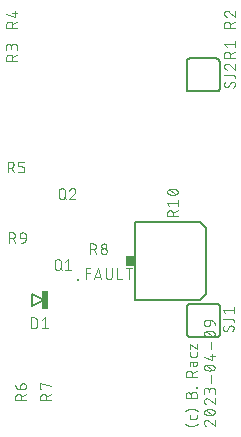
<source format=gbr>
G04 EAGLE Gerber RS-274X export*
G75*
%MOMM*%
%FSLAX34Y34*%
%LPD*%
%INSilkscreen Top*%
%IPPOS*%
%AMOC8*
5,1,8,0,0,1.08239X$1,22.5*%
G01*
%ADD10C,0.101600*%
%ADD11C,0.203200*%
%ADD12R,0.762000X0.863600*%
%ADD13R,0.250000X0.250000*%
%ADD14C,0.152400*%
%ADD15R,0.609600X1.574800*%


D10*
X154092Y132540D02*
X154254Y132408D01*
X154419Y132279D01*
X154587Y132155D01*
X154758Y132034D01*
X154932Y131918D01*
X155109Y131806D01*
X155288Y131698D01*
X155470Y131594D01*
X155654Y131495D01*
X155841Y131401D01*
X156030Y131311D01*
X156221Y131225D01*
X156414Y131144D01*
X156609Y131068D01*
X156805Y130997D01*
X157004Y130930D01*
X157204Y130868D01*
X157405Y130811D01*
X157607Y130758D01*
X157811Y130711D01*
X158016Y130669D01*
X158222Y130631D01*
X158429Y130598D01*
X158636Y130571D01*
X158844Y130548D01*
X159053Y130531D01*
X159262Y130518D01*
X159471Y130511D01*
X159680Y130508D01*
X159889Y130511D01*
X160098Y130518D01*
X160307Y130531D01*
X160516Y130548D01*
X160724Y130571D01*
X160931Y130598D01*
X161138Y130631D01*
X161344Y130669D01*
X161549Y130711D01*
X161753Y130758D01*
X161955Y130811D01*
X162156Y130868D01*
X162356Y130930D01*
X162555Y130997D01*
X162751Y131068D01*
X162946Y131144D01*
X163139Y131225D01*
X163330Y131311D01*
X163519Y131401D01*
X163706Y131495D01*
X163890Y131594D01*
X164072Y131698D01*
X164251Y131806D01*
X164428Y131918D01*
X164602Y132034D01*
X164773Y132155D01*
X164941Y132279D01*
X165106Y132408D01*
X165268Y132540D01*
X164252Y137707D02*
X164252Y139739D01*
X164252Y137707D02*
X164250Y137630D01*
X164244Y137553D01*
X164234Y137476D01*
X164221Y137400D01*
X164203Y137325D01*
X164182Y137251D01*
X164157Y137178D01*
X164128Y137106D01*
X164096Y137036D01*
X164061Y136967D01*
X164021Y136901D01*
X163979Y136836D01*
X163933Y136774D01*
X163884Y136714D01*
X163833Y136657D01*
X163778Y136602D01*
X163721Y136551D01*
X163661Y136502D01*
X163599Y136456D01*
X163534Y136414D01*
X163468Y136374D01*
X163399Y136339D01*
X163329Y136307D01*
X163257Y136278D01*
X163184Y136253D01*
X163110Y136232D01*
X163035Y136214D01*
X162959Y136201D01*
X162882Y136191D01*
X162805Y136185D01*
X162728Y136183D01*
X159680Y136183D01*
X159603Y136185D01*
X159526Y136191D01*
X159449Y136201D01*
X159373Y136214D01*
X159298Y136232D01*
X159224Y136253D01*
X159151Y136278D01*
X159079Y136307D01*
X159009Y136339D01*
X158940Y136374D01*
X158874Y136414D01*
X158809Y136456D01*
X158747Y136502D01*
X158687Y136551D01*
X158630Y136602D01*
X158575Y136657D01*
X158524Y136714D01*
X158475Y136774D01*
X158429Y136836D01*
X158387Y136901D01*
X158347Y136967D01*
X158312Y137036D01*
X158280Y137106D01*
X158251Y137178D01*
X158226Y137251D01*
X158205Y137325D01*
X158187Y137400D01*
X158174Y137476D01*
X158164Y137553D01*
X158158Y137630D01*
X158156Y137707D01*
X158156Y139739D01*
X159680Y144984D02*
X159889Y144981D01*
X160098Y144974D01*
X160307Y144961D01*
X160516Y144944D01*
X160724Y144921D01*
X160931Y144894D01*
X161138Y144861D01*
X161344Y144823D01*
X161549Y144781D01*
X161753Y144734D01*
X161955Y144681D01*
X162156Y144624D01*
X162356Y144562D01*
X162555Y144495D01*
X162751Y144424D01*
X162946Y144348D01*
X163139Y144267D01*
X163330Y144181D01*
X163519Y144091D01*
X163706Y143997D01*
X163890Y143898D01*
X164072Y143794D01*
X164251Y143686D01*
X164428Y143574D01*
X164602Y143458D01*
X164773Y143337D01*
X164941Y143213D01*
X165106Y143084D01*
X165268Y142952D01*
X159680Y144984D02*
X159471Y144981D01*
X159262Y144974D01*
X159053Y144961D01*
X158844Y144944D01*
X158636Y144921D01*
X158429Y144894D01*
X158222Y144861D01*
X158016Y144823D01*
X157811Y144781D01*
X157607Y144734D01*
X157405Y144681D01*
X157204Y144624D01*
X157004Y144562D01*
X156805Y144495D01*
X156609Y144424D01*
X156414Y144348D01*
X156221Y144267D01*
X156030Y144181D01*
X155841Y144091D01*
X155654Y143997D01*
X155470Y143898D01*
X155288Y143794D01*
X155109Y143686D01*
X154932Y143574D01*
X154758Y143458D01*
X154587Y143337D01*
X154419Y143213D01*
X154254Y143084D01*
X154092Y142952D01*
X159172Y154408D02*
X159172Y156948D01*
X159174Y157048D01*
X159180Y157147D01*
X159190Y157247D01*
X159203Y157345D01*
X159221Y157444D01*
X159242Y157541D01*
X159267Y157637D01*
X159296Y157733D01*
X159329Y157827D01*
X159365Y157920D01*
X159405Y158011D01*
X159449Y158101D01*
X159496Y158189D01*
X159546Y158275D01*
X159600Y158359D01*
X159657Y158441D01*
X159717Y158520D01*
X159781Y158598D01*
X159847Y158672D01*
X159916Y158744D01*
X159988Y158813D01*
X160062Y158879D01*
X160140Y158943D01*
X160219Y159003D01*
X160301Y159060D01*
X160385Y159114D01*
X160471Y159164D01*
X160559Y159211D01*
X160649Y159255D01*
X160740Y159295D01*
X160833Y159331D01*
X160927Y159364D01*
X161023Y159393D01*
X161119Y159418D01*
X161216Y159439D01*
X161315Y159457D01*
X161413Y159470D01*
X161513Y159480D01*
X161612Y159486D01*
X161712Y159488D01*
X161812Y159486D01*
X161911Y159480D01*
X162011Y159470D01*
X162109Y159457D01*
X162208Y159439D01*
X162305Y159418D01*
X162401Y159393D01*
X162497Y159364D01*
X162591Y159331D01*
X162684Y159295D01*
X162775Y159255D01*
X162865Y159211D01*
X162953Y159164D01*
X163039Y159114D01*
X163123Y159060D01*
X163205Y159003D01*
X163284Y158943D01*
X163362Y158879D01*
X163436Y158813D01*
X163508Y158744D01*
X163577Y158672D01*
X163643Y158598D01*
X163707Y158520D01*
X163767Y158441D01*
X163824Y158359D01*
X163878Y158275D01*
X163928Y158189D01*
X163975Y158101D01*
X164019Y158011D01*
X164059Y157920D01*
X164095Y157827D01*
X164128Y157733D01*
X164157Y157637D01*
X164182Y157541D01*
X164203Y157444D01*
X164221Y157345D01*
X164234Y157247D01*
X164244Y157147D01*
X164250Y157048D01*
X164252Y156948D01*
X164252Y154408D01*
X155108Y154408D01*
X155108Y156948D01*
X155110Y157037D01*
X155116Y157125D01*
X155125Y157213D01*
X155139Y157301D01*
X155156Y157388D01*
X155177Y157474D01*
X155202Y157559D01*
X155231Y157643D01*
X155263Y157726D01*
X155298Y157807D01*
X155338Y157886D01*
X155380Y157964D01*
X155426Y158040D01*
X155475Y158114D01*
X155528Y158185D01*
X155583Y158254D01*
X155642Y158321D01*
X155703Y158385D01*
X155767Y158446D01*
X155834Y158505D01*
X155903Y158560D01*
X155974Y158613D01*
X156048Y158662D01*
X156124Y158708D01*
X156202Y158750D01*
X156281Y158790D01*
X156362Y158825D01*
X156445Y158857D01*
X156529Y158886D01*
X156614Y158911D01*
X156700Y158932D01*
X156787Y158949D01*
X156875Y158963D01*
X156963Y158972D01*
X157051Y158978D01*
X157140Y158980D01*
X157229Y158978D01*
X157317Y158972D01*
X157405Y158963D01*
X157493Y158949D01*
X157580Y158932D01*
X157666Y158911D01*
X157751Y158886D01*
X157835Y158857D01*
X157918Y158825D01*
X157999Y158790D01*
X158078Y158750D01*
X158156Y158708D01*
X158232Y158662D01*
X158306Y158613D01*
X158377Y158560D01*
X158446Y158505D01*
X158513Y158446D01*
X158577Y158385D01*
X158638Y158321D01*
X158697Y158254D01*
X158752Y158185D01*
X158805Y158114D01*
X158854Y158040D01*
X158900Y157964D01*
X158942Y157886D01*
X158982Y157807D01*
X159017Y157726D01*
X159049Y157643D01*
X159078Y157559D01*
X159103Y157474D01*
X159124Y157388D01*
X159141Y157301D01*
X159155Y157213D01*
X159164Y157125D01*
X159170Y157037D01*
X159172Y156948D01*
X163744Y162638D02*
X164252Y162638D01*
X163744Y162638D02*
X163744Y163146D01*
X164252Y163146D01*
X164252Y162638D01*
X164252Y172000D02*
X155108Y172000D01*
X155108Y174540D01*
X155110Y174640D01*
X155116Y174739D01*
X155126Y174839D01*
X155139Y174937D01*
X155157Y175036D01*
X155178Y175133D01*
X155203Y175229D01*
X155232Y175325D01*
X155265Y175419D01*
X155301Y175512D01*
X155341Y175603D01*
X155385Y175693D01*
X155432Y175781D01*
X155482Y175867D01*
X155536Y175951D01*
X155593Y176033D01*
X155653Y176112D01*
X155717Y176190D01*
X155783Y176264D01*
X155852Y176336D01*
X155924Y176405D01*
X155998Y176471D01*
X156076Y176535D01*
X156155Y176595D01*
X156237Y176652D01*
X156321Y176706D01*
X156407Y176756D01*
X156495Y176803D01*
X156585Y176847D01*
X156676Y176887D01*
X156769Y176923D01*
X156863Y176956D01*
X156959Y176985D01*
X157055Y177010D01*
X157152Y177031D01*
X157251Y177049D01*
X157349Y177062D01*
X157449Y177072D01*
X157548Y177078D01*
X157648Y177080D01*
X157748Y177078D01*
X157847Y177072D01*
X157947Y177062D01*
X158045Y177049D01*
X158144Y177031D01*
X158241Y177010D01*
X158337Y176985D01*
X158433Y176956D01*
X158527Y176923D01*
X158620Y176887D01*
X158711Y176847D01*
X158801Y176803D01*
X158889Y176756D01*
X158975Y176706D01*
X159059Y176652D01*
X159141Y176595D01*
X159220Y176535D01*
X159298Y176471D01*
X159372Y176405D01*
X159444Y176336D01*
X159513Y176264D01*
X159579Y176190D01*
X159643Y176112D01*
X159703Y176033D01*
X159760Y175951D01*
X159814Y175867D01*
X159864Y175781D01*
X159911Y175693D01*
X159955Y175603D01*
X159995Y175512D01*
X160031Y175419D01*
X160064Y175325D01*
X160093Y175229D01*
X160118Y175133D01*
X160139Y175036D01*
X160157Y174937D01*
X160170Y174839D01*
X160180Y174739D01*
X160186Y174640D01*
X160188Y174540D01*
X160188Y172000D01*
X160188Y175048D02*
X164252Y177080D01*
X160696Y182701D02*
X160696Y184987D01*
X160696Y182701D02*
X160698Y182618D01*
X160704Y182535D01*
X160714Y182452D01*
X160727Y182369D01*
X160745Y182288D01*
X160766Y182207D01*
X160791Y182128D01*
X160820Y182050D01*
X160852Y181973D01*
X160888Y181898D01*
X160927Y181824D01*
X160970Y181753D01*
X161016Y181683D01*
X161066Y181616D01*
X161118Y181551D01*
X161173Y181489D01*
X161232Y181429D01*
X161293Y181372D01*
X161356Y181318D01*
X161422Y181267D01*
X161491Y181220D01*
X161561Y181175D01*
X161634Y181134D01*
X161708Y181097D01*
X161784Y181062D01*
X161862Y181032D01*
X161940Y181005D01*
X162021Y180982D01*
X162102Y180962D01*
X162184Y180947D01*
X162266Y180935D01*
X162349Y180927D01*
X162432Y180923D01*
X162516Y180923D01*
X162599Y180927D01*
X162682Y180935D01*
X162764Y180947D01*
X162846Y180962D01*
X162927Y180982D01*
X163008Y181005D01*
X163086Y181032D01*
X163164Y181062D01*
X163240Y181097D01*
X163314Y181134D01*
X163387Y181175D01*
X163457Y181220D01*
X163526Y181267D01*
X163592Y181318D01*
X163655Y181372D01*
X163716Y181429D01*
X163775Y181489D01*
X163830Y181551D01*
X163882Y181616D01*
X163932Y181683D01*
X163978Y181753D01*
X164021Y181824D01*
X164060Y181898D01*
X164096Y181973D01*
X164128Y182050D01*
X164157Y182128D01*
X164182Y182207D01*
X164203Y182288D01*
X164221Y182369D01*
X164234Y182452D01*
X164244Y182535D01*
X164250Y182618D01*
X164252Y182701D01*
X164252Y184987D01*
X159680Y184987D01*
X159603Y184985D01*
X159526Y184979D01*
X159449Y184969D01*
X159373Y184956D01*
X159298Y184938D01*
X159224Y184917D01*
X159151Y184892D01*
X159079Y184863D01*
X159009Y184831D01*
X158940Y184796D01*
X158874Y184756D01*
X158809Y184714D01*
X158747Y184668D01*
X158687Y184619D01*
X158630Y184568D01*
X158575Y184513D01*
X158524Y184456D01*
X158475Y184396D01*
X158429Y184334D01*
X158387Y184269D01*
X158347Y184203D01*
X158312Y184134D01*
X158280Y184064D01*
X158251Y183992D01*
X158226Y183919D01*
X158205Y183845D01*
X158187Y183770D01*
X158174Y183694D01*
X158164Y183617D01*
X158158Y183540D01*
X158156Y183463D01*
X158156Y181431D01*
X164252Y190742D02*
X164252Y192774D01*
X164252Y190742D02*
X164250Y190665D01*
X164244Y190588D01*
X164234Y190511D01*
X164221Y190435D01*
X164203Y190360D01*
X164182Y190286D01*
X164157Y190213D01*
X164128Y190141D01*
X164096Y190071D01*
X164061Y190002D01*
X164021Y189936D01*
X163979Y189871D01*
X163933Y189809D01*
X163884Y189749D01*
X163833Y189692D01*
X163778Y189637D01*
X163721Y189586D01*
X163661Y189537D01*
X163599Y189491D01*
X163534Y189449D01*
X163468Y189409D01*
X163399Y189374D01*
X163329Y189342D01*
X163257Y189313D01*
X163184Y189288D01*
X163110Y189267D01*
X163035Y189249D01*
X162959Y189236D01*
X162882Y189226D01*
X162805Y189220D01*
X162728Y189218D01*
X159680Y189218D01*
X159603Y189220D01*
X159526Y189226D01*
X159449Y189236D01*
X159373Y189249D01*
X159298Y189267D01*
X159224Y189288D01*
X159151Y189313D01*
X159079Y189342D01*
X159009Y189374D01*
X158940Y189409D01*
X158874Y189449D01*
X158809Y189491D01*
X158747Y189537D01*
X158687Y189586D01*
X158630Y189637D01*
X158575Y189692D01*
X158524Y189749D01*
X158475Y189809D01*
X158429Y189871D01*
X158387Y189936D01*
X158347Y190002D01*
X158312Y190071D01*
X158280Y190141D01*
X158251Y190213D01*
X158226Y190286D01*
X158205Y190360D01*
X158187Y190435D01*
X158174Y190511D01*
X158164Y190588D01*
X158158Y190665D01*
X158156Y190742D01*
X158156Y192774D01*
X158156Y195911D02*
X158156Y199975D01*
X164252Y195911D01*
X164252Y199975D01*
X172634Y135588D02*
X172540Y135586D01*
X172445Y135580D01*
X172351Y135570D01*
X172258Y135557D01*
X172165Y135539D01*
X172073Y135518D01*
X171982Y135493D01*
X171892Y135464D01*
X171803Y135432D01*
X171716Y135395D01*
X171630Y135356D01*
X171546Y135312D01*
X171464Y135266D01*
X171384Y135216D01*
X171306Y135162D01*
X171230Y135106D01*
X171157Y135046D01*
X171086Y134984D01*
X171018Y134918D01*
X170952Y134850D01*
X170890Y134779D01*
X170830Y134706D01*
X170774Y134630D01*
X170720Y134552D01*
X170670Y134472D01*
X170624Y134390D01*
X170580Y134306D01*
X170541Y134220D01*
X170504Y134133D01*
X170472Y134044D01*
X170443Y133954D01*
X170418Y133863D01*
X170397Y133771D01*
X170379Y133678D01*
X170366Y133585D01*
X170356Y133491D01*
X170350Y133396D01*
X170348Y133302D01*
X170350Y133196D01*
X170356Y133091D01*
X170365Y132986D01*
X170378Y132881D01*
X170395Y132777D01*
X170416Y132674D01*
X170440Y132571D01*
X170469Y132469D01*
X170500Y132369D01*
X170536Y132269D01*
X170574Y132171D01*
X170617Y132075D01*
X170663Y131979D01*
X170712Y131886D01*
X170764Y131795D01*
X170820Y131705D01*
X170879Y131617D01*
X170941Y131532D01*
X171006Y131449D01*
X171074Y131368D01*
X171145Y131290D01*
X171219Y131215D01*
X171295Y131142D01*
X171374Y131072D01*
X171455Y131005D01*
X171539Y130940D01*
X171625Y130879D01*
X171713Y130821D01*
X171803Y130766D01*
X171895Y130715D01*
X171989Y130666D01*
X172085Y130621D01*
X172182Y130580D01*
X172280Y130542D01*
X172380Y130508D01*
X174412Y134826D02*
X174345Y134893D01*
X174276Y134958D01*
X174204Y135020D01*
X174131Y135079D01*
X174054Y135135D01*
X173976Y135189D01*
X173896Y135239D01*
X173814Y135286D01*
X173730Y135330D01*
X173644Y135370D01*
X173557Y135408D01*
X173469Y135442D01*
X173379Y135472D01*
X173289Y135499D01*
X173197Y135523D01*
X173104Y135543D01*
X173011Y135559D01*
X172917Y135572D01*
X172823Y135581D01*
X172729Y135586D01*
X172634Y135588D01*
X174412Y134826D02*
X179492Y130508D01*
X179492Y135588D01*
X174920Y139652D02*
X174740Y139654D01*
X174560Y139661D01*
X174381Y139671D01*
X174202Y139686D01*
X174023Y139706D01*
X173844Y139729D01*
X173667Y139757D01*
X173490Y139789D01*
X173313Y139825D01*
X173138Y139866D01*
X172964Y139910D01*
X172791Y139959D01*
X172619Y140012D01*
X172448Y140069D01*
X172279Y140130D01*
X172111Y140195D01*
X171945Y140264D01*
X171781Y140337D01*
X171618Y140414D01*
X171540Y140442D01*
X171463Y140475D01*
X171388Y140510D01*
X171314Y140549D01*
X171242Y140591D01*
X171173Y140636D01*
X171105Y140685D01*
X171039Y140736D01*
X170976Y140790D01*
X170915Y140847D01*
X170856Y140906D01*
X170801Y140968D01*
X170748Y141033D01*
X170698Y141099D01*
X170651Y141168D01*
X170607Y141239D01*
X170567Y141312D01*
X170530Y141386D01*
X170495Y141462D01*
X170465Y141540D01*
X170438Y141618D01*
X170414Y141698D01*
X170394Y141779D01*
X170377Y141861D01*
X170365Y141943D01*
X170355Y142026D01*
X170350Y142109D01*
X170348Y142192D01*
X170350Y142275D01*
X170355Y142358D01*
X170365Y142441D01*
X170377Y142523D01*
X170394Y142605D01*
X170414Y142686D01*
X170438Y142766D01*
X170465Y142844D01*
X170495Y142922D01*
X170530Y142998D01*
X170567Y143072D01*
X170607Y143145D01*
X170651Y143216D01*
X170698Y143285D01*
X170748Y143351D01*
X170801Y143416D01*
X170856Y143478D01*
X170915Y143537D01*
X170976Y143594D01*
X171039Y143648D01*
X171105Y143699D01*
X171173Y143748D01*
X171242Y143793D01*
X171314Y143835D01*
X171388Y143874D01*
X171463Y143909D01*
X171540Y143942D01*
X171618Y143970D01*
X171781Y144047D01*
X171945Y144120D01*
X172111Y144189D01*
X172279Y144254D01*
X172448Y144315D01*
X172619Y144372D01*
X172791Y144425D01*
X172964Y144474D01*
X173138Y144518D01*
X173313Y144559D01*
X173490Y144595D01*
X173667Y144627D01*
X173844Y144655D01*
X174023Y144678D01*
X174202Y144698D01*
X174381Y144713D01*
X174560Y144723D01*
X174740Y144730D01*
X174920Y144732D01*
X174920Y139652D02*
X175100Y139654D01*
X175280Y139661D01*
X175459Y139671D01*
X175638Y139686D01*
X175817Y139706D01*
X175996Y139729D01*
X176173Y139757D01*
X176350Y139789D01*
X176527Y139825D01*
X176702Y139866D01*
X176876Y139910D01*
X177049Y139959D01*
X177221Y140012D01*
X177392Y140069D01*
X177561Y140130D01*
X177729Y140195D01*
X177895Y140264D01*
X178059Y140337D01*
X178222Y140414D01*
X178300Y140442D01*
X178377Y140475D01*
X178452Y140510D01*
X178526Y140549D01*
X178598Y140591D01*
X178667Y140636D01*
X178735Y140685D01*
X178801Y140736D01*
X178864Y140790D01*
X178925Y140847D01*
X178984Y140906D01*
X179039Y140968D01*
X179092Y141033D01*
X179142Y141099D01*
X179189Y141168D01*
X179233Y141239D01*
X179273Y141312D01*
X179310Y141386D01*
X179345Y141462D01*
X179375Y141540D01*
X179402Y141618D01*
X179426Y141698D01*
X179446Y141779D01*
X179463Y141861D01*
X179475Y141943D01*
X179485Y142026D01*
X179490Y142109D01*
X179492Y142192D01*
X178222Y143970D02*
X178059Y144047D01*
X177895Y144120D01*
X177729Y144189D01*
X177561Y144254D01*
X177392Y144315D01*
X177221Y144372D01*
X177049Y144425D01*
X176876Y144474D01*
X176702Y144518D01*
X176527Y144559D01*
X176350Y144595D01*
X176173Y144627D01*
X175996Y144655D01*
X175817Y144678D01*
X175638Y144698D01*
X175459Y144713D01*
X175280Y144723D01*
X175100Y144730D01*
X174920Y144732D01*
X178222Y143970D02*
X178300Y143942D01*
X178377Y143909D01*
X178452Y143874D01*
X178526Y143835D01*
X178598Y143793D01*
X178667Y143748D01*
X178735Y143699D01*
X178801Y143648D01*
X178864Y143594D01*
X178925Y143537D01*
X178984Y143478D01*
X179039Y143416D01*
X179092Y143351D01*
X179142Y143285D01*
X179189Y143216D01*
X179233Y143145D01*
X179273Y143072D01*
X179310Y142998D01*
X179345Y142922D01*
X179375Y142844D01*
X179402Y142766D01*
X179426Y142686D01*
X179446Y142605D01*
X179463Y142523D01*
X179475Y142441D01*
X179485Y142358D01*
X179490Y142275D01*
X179492Y142192D01*
X177460Y140160D02*
X172380Y144224D01*
X170348Y151590D02*
X170350Y151684D01*
X170356Y151779D01*
X170366Y151873D01*
X170379Y151966D01*
X170397Y152059D01*
X170418Y152151D01*
X170443Y152242D01*
X170472Y152332D01*
X170504Y152421D01*
X170541Y152508D01*
X170580Y152594D01*
X170624Y152678D01*
X170670Y152760D01*
X170720Y152840D01*
X170774Y152918D01*
X170830Y152994D01*
X170890Y153067D01*
X170952Y153138D01*
X171018Y153206D01*
X171086Y153272D01*
X171157Y153334D01*
X171230Y153394D01*
X171306Y153450D01*
X171384Y153504D01*
X171464Y153554D01*
X171546Y153600D01*
X171630Y153644D01*
X171716Y153683D01*
X171803Y153720D01*
X171892Y153752D01*
X171982Y153781D01*
X172073Y153806D01*
X172165Y153827D01*
X172258Y153845D01*
X172351Y153858D01*
X172445Y153868D01*
X172540Y153874D01*
X172634Y153876D01*
X170348Y151590D02*
X170350Y151484D01*
X170356Y151379D01*
X170365Y151274D01*
X170378Y151169D01*
X170395Y151065D01*
X170416Y150962D01*
X170440Y150859D01*
X170469Y150757D01*
X170500Y150657D01*
X170536Y150557D01*
X170574Y150459D01*
X170617Y150363D01*
X170663Y150267D01*
X170712Y150174D01*
X170764Y150083D01*
X170820Y149993D01*
X170879Y149905D01*
X170941Y149820D01*
X171006Y149737D01*
X171074Y149656D01*
X171145Y149578D01*
X171219Y149503D01*
X171295Y149430D01*
X171374Y149360D01*
X171455Y149293D01*
X171539Y149228D01*
X171625Y149167D01*
X171713Y149109D01*
X171803Y149054D01*
X171895Y149003D01*
X171989Y148954D01*
X172085Y148909D01*
X172182Y148868D01*
X172280Y148830D01*
X172380Y148796D01*
X174412Y153114D02*
X174345Y153181D01*
X174276Y153246D01*
X174204Y153308D01*
X174131Y153367D01*
X174054Y153423D01*
X173976Y153477D01*
X173896Y153527D01*
X173814Y153574D01*
X173730Y153618D01*
X173644Y153658D01*
X173557Y153696D01*
X173469Y153730D01*
X173379Y153760D01*
X173289Y153787D01*
X173197Y153811D01*
X173104Y153831D01*
X173011Y153847D01*
X172917Y153860D01*
X172823Y153869D01*
X172729Y153874D01*
X172634Y153876D01*
X174412Y153114D02*
X179492Y148796D01*
X179492Y153876D01*
X179492Y157940D02*
X179492Y160480D01*
X179490Y160580D01*
X179484Y160679D01*
X179474Y160779D01*
X179461Y160877D01*
X179443Y160976D01*
X179422Y161073D01*
X179397Y161169D01*
X179368Y161265D01*
X179335Y161359D01*
X179299Y161452D01*
X179259Y161543D01*
X179215Y161633D01*
X179168Y161721D01*
X179118Y161807D01*
X179064Y161891D01*
X179007Y161973D01*
X178947Y162052D01*
X178883Y162130D01*
X178817Y162204D01*
X178748Y162276D01*
X178676Y162345D01*
X178602Y162411D01*
X178524Y162475D01*
X178445Y162535D01*
X178363Y162592D01*
X178279Y162646D01*
X178193Y162696D01*
X178105Y162743D01*
X178015Y162787D01*
X177924Y162827D01*
X177831Y162863D01*
X177737Y162896D01*
X177641Y162925D01*
X177545Y162950D01*
X177448Y162971D01*
X177349Y162989D01*
X177251Y163002D01*
X177151Y163012D01*
X177052Y163018D01*
X176952Y163020D01*
X176852Y163018D01*
X176753Y163012D01*
X176653Y163002D01*
X176555Y162989D01*
X176456Y162971D01*
X176359Y162950D01*
X176263Y162925D01*
X176167Y162896D01*
X176073Y162863D01*
X175980Y162827D01*
X175889Y162787D01*
X175799Y162743D01*
X175711Y162696D01*
X175625Y162646D01*
X175541Y162592D01*
X175459Y162535D01*
X175380Y162475D01*
X175302Y162411D01*
X175228Y162345D01*
X175156Y162276D01*
X175087Y162204D01*
X175021Y162130D01*
X174957Y162052D01*
X174897Y161973D01*
X174840Y161891D01*
X174786Y161807D01*
X174736Y161721D01*
X174689Y161633D01*
X174645Y161543D01*
X174605Y161452D01*
X174569Y161359D01*
X174536Y161265D01*
X174507Y161169D01*
X174482Y161073D01*
X174461Y160976D01*
X174443Y160877D01*
X174430Y160779D01*
X174420Y160679D01*
X174414Y160580D01*
X174412Y160480D01*
X170348Y160988D02*
X170348Y157940D01*
X170348Y160988D02*
X170350Y161077D01*
X170356Y161165D01*
X170365Y161253D01*
X170379Y161341D01*
X170396Y161428D01*
X170417Y161514D01*
X170442Y161599D01*
X170471Y161683D01*
X170503Y161766D01*
X170538Y161847D01*
X170578Y161926D01*
X170620Y162004D01*
X170666Y162080D01*
X170715Y162154D01*
X170768Y162225D01*
X170823Y162294D01*
X170882Y162361D01*
X170943Y162425D01*
X171007Y162486D01*
X171074Y162545D01*
X171143Y162600D01*
X171214Y162653D01*
X171288Y162702D01*
X171364Y162748D01*
X171442Y162790D01*
X171521Y162830D01*
X171602Y162865D01*
X171685Y162897D01*
X171769Y162926D01*
X171854Y162951D01*
X171940Y162972D01*
X172027Y162989D01*
X172115Y163003D01*
X172203Y163012D01*
X172291Y163018D01*
X172380Y163020D01*
X172469Y163018D01*
X172557Y163012D01*
X172645Y163003D01*
X172733Y162989D01*
X172820Y162972D01*
X172906Y162951D01*
X172991Y162926D01*
X173075Y162897D01*
X173158Y162865D01*
X173239Y162830D01*
X173318Y162790D01*
X173396Y162748D01*
X173472Y162702D01*
X173546Y162653D01*
X173617Y162600D01*
X173686Y162545D01*
X173753Y162486D01*
X173817Y162425D01*
X173878Y162361D01*
X173937Y162294D01*
X173992Y162225D01*
X174045Y162154D01*
X174094Y162080D01*
X174140Y162004D01*
X174182Y161926D01*
X174222Y161847D01*
X174257Y161766D01*
X174289Y161683D01*
X174318Y161599D01*
X174343Y161514D01*
X174364Y161428D01*
X174381Y161341D01*
X174395Y161253D01*
X174404Y161165D01*
X174410Y161077D01*
X174412Y160988D01*
X174412Y158956D01*
X175936Y167186D02*
X175936Y173282D01*
X174920Y177448D02*
X174740Y177450D01*
X174560Y177457D01*
X174381Y177467D01*
X174202Y177482D01*
X174023Y177502D01*
X173844Y177525D01*
X173667Y177553D01*
X173490Y177585D01*
X173313Y177621D01*
X173138Y177662D01*
X172964Y177706D01*
X172791Y177755D01*
X172619Y177808D01*
X172448Y177865D01*
X172279Y177926D01*
X172111Y177991D01*
X171945Y178060D01*
X171781Y178133D01*
X171618Y178210D01*
X171618Y178209D02*
X171540Y178237D01*
X171463Y178270D01*
X171388Y178305D01*
X171314Y178344D01*
X171242Y178386D01*
X171173Y178431D01*
X171105Y178480D01*
X171039Y178531D01*
X170976Y178585D01*
X170915Y178642D01*
X170856Y178701D01*
X170801Y178763D01*
X170748Y178828D01*
X170698Y178894D01*
X170651Y178963D01*
X170607Y179034D01*
X170567Y179107D01*
X170530Y179181D01*
X170495Y179257D01*
X170465Y179335D01*
X170438Y179413D01*
X170414Y179493D01*
X170394Y179574D01*
X170377Y179656D01*
X170365Y179738D01*
X170355Y179821D01*
X170350Y179904D01*
X170348Y179987D01*
X170350Y180070D01*
X170355Y180153D01*
X170365Y180236D01*
X170377Y180318D01*
X170394Y180400D01*
X170414Y180481D01*
X170438Y180561D01*
X170465Y180639D01*
X170495Y180717D01*
X170530Y180793D01*
X170567Y180867D01*
X170607Y180940D01*
X170651Y181011D01*
X170698Y181080D01*
X170748Y181146D01*
X170801Y181211D01*
X170856Y181273D01*
X170915Y181332D01*
X170976Y181389D01*
X171039Y181443D01*
X171105Y181494D01*
X171173Y181543D01*
X171242Y181588D01*
X171314Y181630D01*
X171388Y181669D01*
X171463Y181704D01*
X171540Y181737D01*
X171618Y181765D01*
X171781Y181842D01*
X171945Y181915D01*
X172111Y181984D01*
X172279Y182049D01*
X172448Y182110D01*
X172619Y182167D01*
X172791Y182220D01*
X172964Y182269D01*
X173138Y182313D01*
X173313Y182354D01*
X173490Y182390D01*
X173667Y182422D01*
X173844Y182450D01*
X174023Y182473D01*
X174202Y182493D01*
X174381Y182508D01*
X174560Y182518D01*
X174740Y182525D01*
X174920Y182527D01*
X174920Y177448D02*
X175100Y177450D01*
X175280Y177457D01*
X175459Y177467D01*
X175638Y177482D01*
X175817Y177502D01*
X175996Y177525D01*
X176173Y177553D01*
X176350Y177585D01*
X176527Y177621D01*
X176702Y177662D01*
X176876Y177706D01*
X177049Y177755D01*
X177221Y177808D01*
X177392Y177865D01*
X177561Y177926D01*
X177729Y177991D01*
X177895Y178060D01*
X178059Y178133D01*
X178222Y178210D01*
X178222Y178209D02*
X178300Y178237D01*
X178377Y178270D01*
X178452Y178305D01*
X178526Y178344D01*
X178598Y178386D01*
X178667Y178431D01*
X178735Y178480D01*
X178801Y178531D01*
X178864Y178585D01*
X178925Y178642D01*
X178984Y178701D01*
X179039Y178763D01*
X179092Y178828D01*
X179142Y178894D01*
X179189Y178963D01*
X179233Y179034D01*
X179273Y179107D01*
X179310Y179181D01*
X179345Y179257D01*
X179375Y179335D01*
X179402Y179413D01*
X179426Y179493D01*
X179446Y179574D01*
X179463Y179656D01*
X179475Y179738D01*
X179485Y179821D01*
X179490Y179904D01*
X179492Y179987D01*
X178222Y181765D02*
X178059Y181842D01*
X177895Y181915D01*
X177729Y181984D01*
X177561Y182049D01*
X177392Y182110D01*
X177221Y182167D01*
X177049Y182220D01*
X176876Y182269D01*
X176702Y182313D01*
X176527Y182354D01*
X176350Y182390D01*
X176173Y182422D01*
X175996Y182450D01*
X175817Y182473D01*
X175638Y182493D01*
X175459Y182508D01*
X175280Y182518D01*
X175100Y182525D01*
X174920Y182527D01*
X178222Y181765D02*
X178300Y181737D01*
X178377Y181704D01*
X178452Y181669D01*
X178526Y181630D01*
X178598Y181588D01*
X178667Y181543D01*
X178735Y181494D01*
X178801Y181443D01*
X178864Y181389D01*
X178925Y181332D01*
X178984Y181273D01*
X179039Y181211D01*
X179092Y181146D01*
X179142Y181080D01*
X179189Y181011D01*
X179233Y180940D01*
X179273Y180867D01*
X179310Y180793D01*
X179345Y180717D01*
X179375Y180639D01*
X179402Y180561D01*
X179426Y180481D01*
X179446Y180400D01*
X179463Y180318D01*
X179475Y180236D01*
X179485Y180153D01*
X179490Y180070D01*
X179492Y179987D01*
X177460Y177955D02*
X172380Y182019D01*
X177460Y186591D02*
X170348Y188623D01*
X177460Y186591D02*
X177460Y191671D01*
X175428Y190147D02*
X179492Y190147D01*
X175936Y195837D02*
X175936Y201933D01*
X174920Y206099D02*
X174740Y206101D01*
X174560Y206108D01*
X174381Y206118D01*
X174202Y206133D01*
X174023Y206153D01*
X173844Y206176D01*
X173667Y206204D01*
X173490Y206236D01*
X173313Y206272D01*
X173138Y206313D01*
X172964Y206357D01*
X172791Y206406D01*
X172619Y206459D01*
X172448Y206516D01*
X172279Y206577D01*
X172111Y206642D01*
X171945Y206711D01*
X171781Y206784D01*
X171618Y206861D01*
X171618Y206860D02*
X171540Y206888D01*
X171463Y206921D01*
X171388Y206956D01*
X171314Y206995D01*
X171242Y207037D01*
X171173Y207082D01*
X171105Y207131D01*
X171039Y207182D01*
X170976Y207236D01*
X170915Y207293D01*
X170856Y207352D01*
X170801Y207414D01*
X170748Y207479D01*
X170698Y207545D01*
X170651Y207614D01*
X170607Y207685D01*
X170567Y207758D01*
X170530Y207832D01*
X170495Y207908D01*
X170465Y207986D01*
X170438Y208064D01*
X170414Y208144D01*
X170394Y208225D01*
X170377Y208307D01*
X170365Y208389D01*
X170355Y208472D01*
X170350Y208555D01*
X170348Y208638D01*
X170350Y208721D01*
X170355Y208804D01*
X170365Y208887D01*
X170377Y208969D01*
X170394Y209051D01*
X170414Y209132D01*
X170438Y209212D01*
X170465Y209290D01*
X170495Y209368D01*
X170530Y209444D01*
X170567Y209518D01*
X170607Y209591D01*
X170651Y209662D01*
X170698Y209731D01*
X170748Y209797D01*
X170801Y209862D01*
X170856Y209924D01*
X170915Y209983D01*
X170976Y210040D01*
X171039Y210094D01*
X171105Y210145D01*
X171173Y210194D01*
X171242Y210239D01*
X171314Y210281D01*
X171388Y210320D01*
X171463Y210355D01*
X171540Y210388D01*
X171618Y210416D01*
X171781Y210493D01*
X171945Y210566D01*
X172111Y210635D01*
X172279Y210700D01*
X172448Y210761D01*
X172619Y210818D01*
X172791Y210871D01*
X172964Y210920D01*
X173138Y210964D01*
X173313Y211005D01*
X173490Y211041D01*
X173667Y211073D01*
X173844Y211101D01*
X174023Y211124D01*
X174202Y211144D01*
X174381Y211159D01*
X174560Y211169D01*
X174740Y211176D01*
X174920Y211178D01*
X174920Y206099D02*
X175100Y206101D01*
X175280Y206108D01*
X175459Y206118D01*
X175638Y206133D01*
X175817Y206153D01*
X175996Y206176D01*
X176173Y206204D01*
X176350Y206236D01*
X176527Y206272D01*
X176702Y206313D01*
X176876Y206357D01*
X177049Y206406D01*
X177221Y206459D01*
X177392Y206516D01*
X177561Y206577D01*
X177729Y206642D01*
X177895Y206711D01*
X178059Y206784D01*
X178222Y206861D01*
X178222Y206860D02*
X178300Y206888D01*
X178377Y206921D01*
X178452Y206956D01*
X178526Y206995D01*
X178598Y207037D01*
X178667Y207082D01*
X178735Y207131D01*
X178801Y207182D01*
X178864Y207236D01*
X178925Y207293D01*
X178984Y207352D01*
X179039Y207414D01*
X179092Y207479D01*
X179142Y207545D01*
X179189Y207614D01*
X179233Y207685D01*
X179273Y207758D01*
X179310Y207832D01*
X179345Y207908D01*
X179375Y207986D01*
X179402Y208064D01*
X179426Y208144D01*
X179446Y208225D01*
X179463Y208307D01*
X179475Y208389D01*
X179485Y208472D01*
X179490Y208555D01*
X179492Y208638D01*
X178222Y210416D02*
X178059Y210493D01*
X177895Y210566D01*
X177729Y210635D01*
X177561Y210700D01*
X177392Y210761D01*
X177221Y210818D01*
X177049Y210871D01*
X176876Y210920D01*
X176702Y210964D01*
X176527Y211005D01*
X176350Y211041D01*
X176173Y211073D01*
X175996Y211101D01*
X175817Y211124D01*
X175638Y211144D01*
X175459Y211159D01*
X175280Y211169D01*
X175100Y211176D01*
X174920Y211178D01*
X178222Y210416D02*
X178300Y210388D01*
X178377Y210355D01*
X178452Y210320D01*
X178526Y210281D01*
X178598Y210239D01*
X178667Y210194D01*
X178735Y210145D01*
X178801Y210094D01*
X178864Y210040D01*
X178925Y209983D01*
X178984Y209924D01*
X179039Y209862D01*
X179092Y209797D01*
X179142Y209731D01*
X179189Y209662D01*
X179233Y209591D01*
X179273Y209518D01*
X179310Y209444D01*
X179345Y209368D01*
X179375Y209290D01*
X179402Y209212D01*
X179426Y209132D01*
X179446Y209051D01*
X179463Y208969D01*
X179475Y208887D01*
X179485Y208804D01*
X179490Y208721D01*
X179492Y208638D01*
X177460Y206606D02*
X172380Y210670D01*
X175428Y217274D02*
X175428Y220322D01*
X175428Y217274D02*
X175426Y217185D01*
X175420Y217097D01*
X175411Y217009D01*
X175397Y216921D01*
X175380Y216834D01*
X175359Y216748D01*
X175334Y216663D01*
X175305Y216579D01*
X175273Y216496D01*
X175238Y216415D01*
X175198Y216336D01*
X175156Y216258D01*
X175110Y216182D01*
X175061Y216108D01*
X175008Y216037D01*
X174953Y215968D01*
X174894Y215901D01*
X174833Y215837D01*
X174769Y215776D01*
X174702Y215717D01*
X174633Y215662D01*
X174562Y215609D01*
X174488Y215560D01*
X174412Y215514D01*
X174334Y215472D01*
X174255Y215432D01*
X174174Y215397D01*
X174091Y215365D01*
X174007Y215336D01*
X173922Y215311D01*
X173836Y215290D01*
X173749Y215273D01*
X173661Y215259D01*
X173573Y215250D01*
X173485Y215244D01*
X173396Y215242D01*
X172888Y215242D01*
X172788Y215244D01*
X172689Y215250D01*
X172589Y215260D01*
X172491Y215273D01*
X172392Y215291D01*
X172295Y215312D01*
X172199Y215337D01*
X172103Y215366D01*
X172009Y215399D01*
X171916Y215435D01*
X171825Y215475D01*
X171735Y215519D01*
X171647Y215566D01*
X171561Y215616D01*
X171477Y215670D01*
X171395Y215727D01*
X171316Y215787D01*
X171238Y215851D01*
X171164Y215917D01*
X171092Y215986D01*
X171023Y216058D01*
X170957Y216132D01*
X170893Y216210D01*
X170833Y216289D01*
X170776Y216371D01*
X170722Y216455D01*
X170672Y216541D01*
X170625Y216629D01*
X170581Y216719D01*
X170541Y216810D01*
X170505Y216903D01*
X170472Y216997D01*
X170443Y217093D01*
X170418Y217189D01*
X170397Y217286D01*
X170379Y217385D01*
X170366Y217483D01*
X170356Y217583D01*
X170350Y217682D01*
X170348Y217782D01*
X170350Y217882D01*
X170356Y217981D01*
X170366Y218081D01*
X170379Y218179D01*
X170397Y218278D01*
X170418Y218375D01*
X170443Y218471D01*
X170472Y218567D01*
X170505Y218661D01*
X170541Y218754D01*
X170581Y218845D01*
X170625Y218935D01*
X170672Y219023D01*
X170722Y219109D01*
X170776Y219193D01*
X170833Y219275D01*
X170893Y219354D01*
X170957Y219432D01*
X171023Y219506D01*
X171092Y219578D01*
X171164Y219647D01*
X171238Y219713D01*
X171316Y219777D01*
X171395Y219837D01*
X171477Y219894D01*
X171561Y219948D01*
X171647Y219998D01*
X171735Y220045D01*
X171825Y220089D01*
X171916Y220129D01*
X172009Y220165D01*
X172103Y220198D01*
X172199Y220227D01*
X172295Y220252D01*
X172392Y220273D01*
X172491Y220291D01*
X172589Y220304D01*
X172689Y220314D01*
X172788Y220320D01*
X172888Y220322D01*
X175428Y220322D01*
X175553Y220320D01*
X175678Y220314D01*
X175803Y220305D01*
X175927Y220291D01*
X176051Y220274D01*
X176175Y220253D01*
X176297Y220228D01*
X176419Y220199D01*
X176540Y220167D01*
X176660Y220131D01*
X176779Y220091D01*
X176896Y220048D01*
X177012Y220001D01*
X177127Y219950D01*
X177239Y219896D01*
X177351Y219838D01*
X177460Y219778D01*
X177567Y219713D01*
X177673Y219646D01*
X177776Y219575D01*
X177877Y219501D01*
X177976Y219424D01*
X178072Y219344D01*
X178166Y219261D01*
X178257Y219176D01*
X178346Y219087D01*
X178431Y218996D01*
X178514Y218902D01*
X178594Y218806D01*
X178671Y218707D01*
X178745Y218606D01*
X178816Y218503D01*
X178883Y218397D01*
X178948Y218290D01*
X179008Y218181D01*
X179066Y218069D01*
X179120Y217957D01*
X179171Y217842D01*
X179218Y217726D01*
X179261Y217609D01*
X179301Y217490D01*
X179337Y217370D01*
X179369Y217249D01*
X179398Y217127D01*
X179423Y217005D01*
X179444Y216881D01*
X179461Y216757D01*
X179475Y216633D01*
X179484Y216508D01*
X179490Y216383D01*
X179492Y216258D01*
D11*
X112310Y237580D02*
X112310Y303080D01*
X167060Y303080D01*
X172060Y298080D01*
X172060Y242580D01*
X167060Y237580D01*
X112310Y237580D01*
D12*
X107394Y270330D03*
D10*
X44196Y269240D02*
X44196Y265176D01*
X44196Y269240D02*
X44198Y269340D01*
X44204Y269439D01*
X44214Y269539D01*
X44227Y269637D01*
X44245Y269736D01*
X44266Y269833D01*
X44291Y269929D01*
X44320Y270025D01*
X44353Y270119D01*
X44389Y270212D01*
X44429Y270303D01*
X44473Y270393D01*
X44520Y270481D01*
X44570Y270567D01*
X44624Y270651D01*
X44681Y270733D01*
X44741Y270812D01*
X44805Y270890D01*
X44871Y270964D01*
X44940Y271036D01*
X45012Y271105D01*
X45086Y271171D01*
X45164Y271235D01*
X45243Y271295D01*
X45325Y271352D01*
X45409Y271406D01*
X45495Y271456D01*
X45583Y271503D01*
X45673Y271547D01*
X45764Y271587D01*
X45857Y271623D01*
X45951Y271656D01*
X46047Y271685D01*
X46143Y271710D01*
X46240Y271731D01*
X46339Y271749D01*
X46437Y271762D01*
X46537Y271772D01*
X46636Y271778D01*
X46736Y271780D01*
X46836Y271778D01*
X46935Y271772D01*
X47035Y271762D01*
X47133Y271749D01*
X47232Y271731D01*
X47329Y271710D01*
X47425Y271685D01*
X47521Y271656D01*
X47615Y271623D01*
X47708Y271587D01*
X47799Y271547D01*
X47889Y271503D01*
X47977Y271456D01*
X48063Y271406D01*
X48147Y271352D01*
X48229Y271295D01*
X48308Y271235D01*
X48386Y271171D01*
X48460Y271105D01*
X48532Y271036D01*
X48601Y270964D01*
X48667Y270890D01*
X48731Y270812D01*
X48791Y270733D01*
X48848Y270651D01*
X48902Y270567D01*
X48952Y270481D01*
X48999Y270393D01*
X49043Y270303D01*
X49083Y270212D01*
X49119Y270119D01*
X49152Y270025D01*
X49181Y269929D01*
X49206Y269833D01*
X49227Y269736D01*
X49245Y269637D01*
X49258Y269539D01*
X49268Y269439D01*
X49274Y269340D01*
X49276Y269240D01*
X49276Y265176D01*
X49274Y265076D01*
X49268Y264977D01*
X49258Y264877D01*
X49245Y264779D01*
X49227Y264680D01*
X49206Y264583D01*
X49181Y264487D01*
X49152Y264391D01*
X49119Y264297D01*
X49083Y264204D01*
X49043Y264113D01*
X48999Y264023D01*
X48952Y263935D01*
X48902Y263849D01*
X48848Y263765D01*
X48791Y263683D01*
X48731Y263604D01*
X48667Y263526D01*
X48601Y263452D01*
X48532Y263380D01*
X48460Y263311D01*
X48386Y263245D01*
X48308Y263181D01*
X48229Y263121D01*
X48147Y263064D01*
X48063Y263010D01*
X47977Y262960D01*
X47889Y262913D01*
X47799Y262869D01*
X47708Y262829D01*
X47615Y262793D01*
X47521Y262760D01*
X47425Y262731D01*
X47329Y262706D01*
X47232Y262685D01*
X47133Y262667D01*
X47035Y262654D01*
X46935Y262644D01*
X46836Y262638D01*
X46736Y262636D01*
X46636Y262638D01*
X46537Y262644D01*
X46437Y262654D01*
X46339Y262667D01*
X46240Y262685D01*
X46143Y262706D01*
X46047Y262731D01*
X45951Y262760D01*
X45857Y262793D01*
X45764Y262829D01*
X45673Y262869D01*
X45583Y262913D01*
X45495Y262960D01*
X45409Y263010D01*
X45325Y263064D01*
X45243Y263121D01*
X45164Y263181D01*
X45086Y263245D01*
X45012Y263311D01*
X44940Y263380D01*
X44871Y263452D01*
X44805Y263526D01*
X44741Y263604D01*
X44681Y263683D01*
X44624Y263765D01*
X44570Y263849D01*
X44520Y263935D01*
X44473Y264023D01*
X44429Y264113D01*
X44389Y264204D01*
X44353Y264297D01*
X44320Y264391D01*
X44291Y264487D01*
X44266Y264583D01*
X44245Y264680D01*
X44227Y264779D01*
X44214Y264877D01*
X44204Y264977D01*
X44198Y265076D01*
X44196Y265176D01*
X48260Y264668D02*
X50292Y262636D01*
X53044Y269748D02*
X55584Y271780D01*
X55584Y262636D01*
X53044Y262636D02*
X58124Y262636D01*
X47598Y325270D02*
X47598Y329334D01*
X47600Y329434D01*
X47606Y329533D01*
X47616Y329633D01*
X47629Y329731D01*
X47647Y329830D01*
X47668Y329927D01*
X47693Y330023D01*
X47722Y330119D01*
X47755Y330213D01*
X47791Y330306D01*
X47831Y330397D01*
X47875Y330487D01*
X47922Y330575D01*
X47972Y330661D01*
X48026Y330745D01*
X48083Y330827D01*
X48143Y330906D01*
X48207Y330984D01*
X48273Y331058D01*
X48342Y331130D01*
X48414Y331199D01*
X48488Y331265D01*
X48566Y331329D01*
X48645Y331389D01*
X48727Y331446D01*
X48811Y331500D01*
X48897Y331550D01*
X48985Y331597D01*
X49075Y331641D01*
X49166Y331681D01*
X49259Y331717D01*
X49353Y331750D01*
X49449Y331779D01*
X49545Y331804D01*
X49642Y331825D01*
X49741Y331843D01*
X49839Y331856D01*
X49939Y331866D01*
X50038Y331872D01*
X50138Y331874D01*
X50238Y331872D01*
X50337Y331866D01*
X50437Y331856D01*
X50535Y331843D01*
X50634Y331825D01*
X50731Y331804D01*
X50827Y331779D01*
X50923Y331750D01*
X51017Y331717D01*
X51110Y331681D01*
X51201Y331641D01*
X51291Y331597D01*
X51379Y331550D01*
X51465Y331500D01*
X51549Y331446D01*
X51631Y331389D01*
X51710Y331329D01*
X51788Y331265D01*
X51862Y331199D01*
X51934Y331130D01*
X52003Y331058D01*
X52069Y330984D01*
X52133Y330906D01*
X52193Y330827D01*
X52250Y330745D01*
X52304Y330661D01*
X52354Y330575D01*
X52401Y330487D01*
X52445Y330397D01*
X52485Y330306D01*
X52521Y330213D01*
X52554Y330119D01*
X52583Y330023D01*
X52608Y329927D01*
X52629Y329830D01*
X52647Y329731D01*
X52660Y329633D01*
X52670Y329533D01*
X52676Y329434D01*
X52678Y329334D01*
X52678Y325270D01*
X52676Y325170D01*
X52670Y325071D01*
X52660Y324971D01*
X52647Y324873D01*
X52629Y324774D01*
X52608Y324677D01*
X52583Y324581D01*
X52554Y324485D01*
X52521Y324391D01*
X52485Y324298D01*
X52445Y324207D01*
X52401Y324117D01*
X52354Y324029D01*
X52304Y323943D01*
X52250Y323859D01*
X52193Y323777D01*
X52133Y323698D01*
X52069Y323620D01*
X52003Y323546D01*
X51934Y323474D01*
X51862Y323405D01*
X51788Y323339D01*
X51710Y323275D01*
X51631Y323215D01*
X51549Y323158D01*
X51465Y323104D01*
X51379Y323054D01*
X51291Y323007D01*
X51201Y322963D01*
X51110Y322923D01*
X51017Y322887D01*
X50923Y322854D01*
X50827Y322825D01*
X50731Y322800D01*
X50634Y322779D01*
X50535Y322761D01*
X50437Y322748D01*
X50337Y322738D01*
X50238Y322732D01*
X50138Y322730D01*
X50038Y322732D01*
X49939Y322738D01*
X49839Y322748D01*
X49741Y322761D01*
X49642Y322779D01*
X49545Y322800D01*
X49449Y322825D01*
X49353Y322854D01*
X49259Y322887D01*
X49166Y322923D01*
X49075Y322963D01*
X48985Y323007D01*
X48897Y323054D01*
X48811Y323104D01*
X48727Y323158D01*
X48645Y323215D01*
X48566Y323275D01*
X48488Y323339D01*
X48414Y323405D01*
X48342Y323474D01*
X48273Y323546D01*
X48207Y323620D01*
X48143Y323698D01*
X48083Y323777D01*
X48026Y323859D01*
X47972Y323943D01*
X47922Y324029D01*
X47875Y324117D01*
X47831Y324207D01*
X47791Y324298D01*
X47755Y324391D01*
X47722Y324485D01*
X47693Y324581D01*
X47668Y324677D01*
X47647Y324774D01*
X47629Y324873D01*
X47616Y324971D01*
X47606Y325071D01*
X47600Y325170D01*
X47598Y325270D01*
X51662Y324762D02*
X53694Y322730D01*
X61526Y329588D02*
X61524Y329682D01*
X61518Y329777D01*
X61508Y329871D01*
X61495Y329964D01*
X61477Y330057D01*
X61456Y330149D01*
X61431Y330240D01*
X61402Y330330D01*
X61370Y330419D01*
X61333Y330506D01*
X61294Y330592D01*
X61250Y330676D01*
X61204Y330758D01*
X61154Y330838D01*
X61100Y330916D01*
X61044Y330992D01*
X60984Y331065D01*
X60922Y331136D01*
X60856Y331204D01*
X60788Y331270D01*
X60717Y331332D01*
X60644Y331392D01*
X60568Y331448D01*
X60490Y331502D01*
X60410Y331552D01*
X60328Y331598D01*
X60244Y331642D01*
X60158Y331681D01*
X60071Y331718D01*
X59982Y331750D01*
X59892Y331779D01*
X59801Y331804D01*
X59709Y331825D01*
X59616Y331843D01*
X59523Y331856D01*
X59429Y331866D01*
X59334Y331872D01*
X59240Y331874D01*
X59134Y331872D01*
X59029Y331866D01*
X58924Y331857D01*
X58819Y331844D01*
X58715Y331827D01*
X58612Y331806D01*
X58509Y331782D01*
X58407Y331753D01*
X58307Y331722D01*
X58207Y331686D01*
X58109Y331648D01*
X58013Y331605D01*
X57917Y331559D01*
X57824Y331510D01*
X57733Y331458D01*
X57643Y331402D01*
X57555Y331343D01*
X57470Y331281D01*
X57387Y331216D01*
X57306Y331148D01*
X57228Y331077D01*
X57153Y331003D01*
X57080Y330927D01*
X57010Y330848D01*
X56943Y330767D01*
X56878Y330683D01*
X56817Y330597D01*
X56759Y330509D01*
X56704Y330419D01*
X56653Y330327D01*
X56604Y330233D01*
X56559Y330137D01*
X56518Y330040D01*
X56480Y329942D01*
X56446Y329842D01*
X60764Y327810D02*
X60831Y327877D01*
X60896Y327946D01*
X60958Y328018D01*
X61017Y328091D01*
X61073Y328168D01*
X61127Y328246D01*
X61177Y328326D01*
X61224Y328408D01*
X61268Y328492D01*
X61308Y328578D01*
X61346Y328665D01*
X61380Y328753D01*
X61410Y328843D01*
X61437Y328933D01*
X61461Y329025D01*
X61481Y329118D01*
X61497Y329211D01*
X61510Y329305D01*
X61519Y329399D01*
X61524Y329493D01*
X61526Y329588D01*
X60764Y327810D02*
X56446Y322730D01*
X61526Y322730D01*
X139118Y308020D02*
X148262Y308020D01*
X139118Y308020D02*
X139118Y310560D01*
X139120Y310660D01*
X139126Y310759D01*
X139136Y310859D01*
X139149Y310957D01*
X139167Y311056D01*
X139188Y311153D01*
X139213Y311249D01*
X139242Y311345D01*
X139275Y311439D01*
X139311Y311532D01*
X139351Y311623D01*
X139395Y311713D01*
X139442Y311801D01*
X139492Y311887D01*
X139546Y311971D01*
X139603Y312053D01*
X139663Y312132D01*
X139727Y312210D01*
X139793Y312284D01*
X139862Y312356D01*
X139934Y312425D01*
X140008Y312491D01*
X140086Y312555D01*
X140165Y312615D01*
X140247Y312672D01*
X140331Y312726D01*
X140417Y312776D01*
X140505Y312823D01*
X140595Y312867D01*
X140686Y312907D01*
X140779Y312943D01*
X140873Y312976D01*
X140969Y313005D01*
X141065Y313030D01*
X141162Y313051D01*
X141261Y313069D01*
X141359Y313082D01*
X141459Y313092D01*
X141558Y313098D01*
X141658Y313100D01*
X141758Y313098D01*
X141857Y313092D01*
X141957Y313082D01*
X142055Y313069D01*
X142154Y313051D01*
X142251Y313030D01*
X142347Y313005D01*
X142443Y312976D01*
X142537Y312943D01*
X142630Y312907D01*
X142721Y312867D01*
X142811Y312823D01*
X142899Y312776D01*
X142985Y312726D01*
X143069Y312672D01*
X143151Y312615D01*
X143230Y312555D01*
X143308Y312491D01*
X143382Y312425D01*
X143454Y312356D01*
X143523Y312284D01*
X143589Y312210D01*
X143653Y312132D01*
X143713Y312053D01*
X143770Y311971D01*
X143824Y311887D01*
X143874Y311801D01*
X143921Y311713D01*
X143965Y311623D01*
X144005Y311532D01*
X144041Y311439D01*
X144074Y311345D01*
X144103Y311249D01*
X144128Y311153D01*
X144149Y311056D01*
X144167Y310957D01*
X144180Y310859D01*
X144190Y310759D01*
X144196Y310660D01*
X144198Y310560D01*
X144198Y308020D01*
X144198Y311068D02*
X148262Y313100D01*
X141150Y317098D02*
X139118Y319638D01*
X148262Y319638D01*
X148262Y317098D02*
X148262Y322178D01*
X143690Y326242D02*
X143510Y326244D01*
X143330Y326251D01*
X143151Y326261D01*
X142972Y326276D01*
X142793Y326296D01*
X142614Y326319D01*
X142437Y326347D01*
X142260Y326379D01*
X142083Y326415D01*
X141908Y326456D01*
X141734Y326500D01*
X141561Y326549D01*
X141389Y326602D01*
X141218Y326659D01*
X141049Y326720D01*
X140881Y326785D01*
X140715Y326854D01*
X140551Y326927D01*
X140388Y327004D01*
X140310Y327032D01*
X140233Y327065D01*
X140158Y327100D01*
X140084Y327139D01*
X140012Y327181D01*
X139943Y327226D01*
X139875Y327275D01*
X139809Y327326D01*
X139746Y327380D01*
X139685Y327437D01*
X139626Y327496D01*
X139571Y327558D01*
X139518Y327623D01*
X139468Y327689D01*
X139421Y327758D01*
X139377Y327829D01*
X139337Y327902D01*
X139300Y327976D01*
X139265Y328052D01*
X139235Y328130D01*
X139208Y328208D01*
X139184Y328288D01*
X139164Y328369D01*
X139147Y328451D01*
X139135Y328533D01*
X139125Y328616D01*
X139120Y328699D01*
X139118Y328782D01*
X139120Y328865D01*
X139125Y328948D01*
X139135Y329031D01*
X139147Y329113D01*
X139164Y329195D01*
X139184Y329276D01*
X139208Y329356D01*
X139235Y329434D01*
X139265Y329512D01*
X139300Y329588D01*
X139337Y329662D01*
X139377Y329735D01*
X139421Y329806D01*
X139468Y329875D01*
X139518Y329941D01*
X139571Y330006D01*
X139626Y330068D01*
X139685Y330127D01*
X139746Y330184D01*
X139809Y330238D01*
X139875Y330289D01*
X139943Y330338D01*
X140012Y330383D01*
X140084Y330425D01*
X140158Y330464D01*
X140233Y330499D01*
X140310Y330532D01*
X140388Y330560D01*
X140551Y330637D01*
X140715Y330710D01*
X140881Y330779D01*
X141049Y330844D01*
X141218Y330905D01*
X141389Y330962D01*
X141561Y331015D01*
X141734Y331064D01*
X141908Y331108D01*
X142083Y331149D01*
X142260Y331185D01*
X142437Y331217D01*
X142614Y331245D01*
X142793Y331268D01*
X142972Y331288D01*
X143151Y331303D01*
X143330Y331313D01*
X143510Y331320D01*
X143690Y331322D01*
X143690Y326242D02*
X143870Y326244D01*
X144050Y326251D01*
X144229Y326261D01*
X144408Y326276D01*
X144587Y326296D01*
X144766Y326319D01*
X144943Y326347D01*
X145120Y326379D01*
X145297Y326415D01*
X145472Y326456D01*
X145646Y326500D01*
X145819Y326549D01*
X145991Y326602D01*
X146162Y326659D01*
X146331Y326720D01*
X146499Y326785D01*
X146665Y326854D01*
X146829Y326927D01*
X146992Y327004D01*
X147070Y327032D01*
X147147Y327065D01*
X147222Y327100D01*
X147296Y327139D01*
X147368Y327181D01*
X147437Y327226D01*
X147505Y327275D01*
X147571Y327326D01*
X147634Y327380D01*
X147695Y327437D01*
X147754Y327496D01*
X147809Y327558D01*
X147862Y327623D01*
X147912Y327689D01*
X147959Y327758D01*
X148003Y327829D01*
X148043Y327902D01*
X148080Y327976D01*
X148115Y328052D01*
X148145Y328130D01*
X148172Y328208D01*
X148196Y328288D01*
X148216Y328369D01*
X148233Y328451D01*
X148245Y328533D01*
X148255Y328616D01*
X148260Y328699D01*
X148262Y328782D01*
X146992Y330560D02*
X146829Y330637D01*
X146665Y330710D01*
X146499Y330779D01*
X146331Y330844D01*
X146162Y330905D01*
X145991Y330962D01*
X145819Y331015D01*
X145646Y331064D01*
X145472Y331108D01*
X145297Y331149D01*
X145120Y331185D01*
X144943Y331217D01*
X144766Y331245D01*
X144587Y331268D01*
X144408Y331288D01*
X144229Y331303D01*
X144050Y331313D01*
X143870Y331320D01*
X143690Y331322D01*
X146992Y330560D02*
X147070Y330532D01*
X147147Y330499D01*
X147222Y330464D01*
X147296Y330425D01*
X147368Y330383D01*
X147437Y330338D01*
X147505Y330289D01*
X147571Y330238D01*
X147634Y330184D01*
X147695Y330127D01*
X147754Y330068D01*
X147809Y330006D01*
X147862Y329941D01*
X147912Y329875D01*
X147959Y329806D01*
X148003Y329735D01*
X148043Y329662D01*
X148080Y329588D01*
X148115Y329512D01*
X148145Y329434D01*
X148172Y329356D01*
X148196Y329276D01*
X148216Y329195D01*
X148233Y329113D01*
X148245Y329031D01*
X148255Y328948D01*
X148260Y328865D01*
X148262Y328782D01*
X146230Y326750D02*
X141150Y330814D01*
X187452Y442468D02*
X196596Y442468D01*
X187452Y442468D02*
X187452Y445008D01*
X187454Y445108D01*
X187460Y445207D01*
X187470Y445307D01*
X187483Y445405D01*
X187501Y445504D01*
X187522Y445601D01*
X187547Y445697D01*
X187576Y445793D01*
X187609Y445887D01*
X187645Y445980D01*
X187685Y446071D01*
X187729Y446161D01*
X187776Y446249D01*
X187826Y446335D01*
X187880Y446419D01*
X187937Y446501D01*
X187997Y446580D01*
X188061Y446658D01*
X188127Y446732D01*
X188196Y446804D01*
X188268Y446873D01*
X188342Y446939D01*
X188420Y447003D01*
X188499Y447063D01*
X188581Y447120D01*
X188665Y447174D01*
X188751Y447224D01*
X188839Y447271D01*
X188929Y447315D01*
X189020Y447355D01*
X189113Y447391D01*
X189207Y447424D01*
X189303Y447453D01*
X189399Y447478D01*
X189496Y447499D01*
X189595Y447517D01*
X189693Y447530D01*
X189793Y447540D01*
X189892Y447546D01*
X189992Y447548D01*
X190092Y447546D01*
X190191Y447540D01*
X190291Y447530D01*
X190389Y447517D01*
X190488Y447499D01*
X190585Y447478D01*
X190681Y447453D01*
X190777Y447424D01*
X190871Y447391D01*
X190964Y447355D01*
X191055Y447315D01*
X191145Y447271D01*
X191233Y447224D01*
X191319Y447174D01*
X191403Y447120D01*
X191485Y447063D01*
X191564Y447003D01*
X191642Y446939D01*
X191716Y446873D01*
X191788Y446804D01*
X191857Y446732D01*
X191923Y446658D01*
X191987Y446580D01*
X192047Y446501D01*
X192104Y446419D01*
X192158Y446335D01*
X192208Y446249D01*
X192255Y446161D01*
X192299Y446071D01*
X192339Y445980D01*
X192375Y445887D01*
X192408Y445793D01*
X192437Y445697D01*
X192462Y445601D01*
X192483Y445504D01*
X192501Y445405D01*
X192514Y445307D01*
X192524Y445207D01*
X192530Y445108D01*
X192532Y445008D01*
X192532Y442468D01*
X192532Y445516D02*
X196596Y447548D01*
X189484Y451546D02*
X187452Y454086D01*
X196596Y454086D01*
X196596Y451546D02*
X196596Y456626D01*
X196596Y467868D02*
X187452Y467868D01*
X187452Y470408D01*
X187454Y470508D01*
X187460Y470607D01*
X187470Y470707D01*
X187483Y470805D01*
X187501Y470904D01*
X187522Y471001D01*
X187547Y471097D01*
X187576Y471193D01*
X187609Y471287D01*
X187645Y471380D01*
X187685Y471471D01*
X187729Y471561D01*
X187776Y471649D01*
X187826Y471735D01*
X187880Y471819D01*
X187937Y471901D01*
X187997Y471980D01*
X188061Y472058D01*
X188127Y472132D01*
X188196Y472204D01*
X188268Y472273D01*
X188342Y472339D01*
X188420Y472403D01*
X188499Y472463D01*
X188581Y472520D01*
X188665Y472574D01*
X188751Y472624D01*
X188839Y472671D01*
X188929Y472715D01*
X189020Y472755D01*
X189113Y472791D01*
X189207Y472824D01*
X189303Y472853D01*
X189399Y472878D01*
X189496Y472899D01*
X189595Y472917D01*
X189693Y472930D01*
X189793Y472940D01*
X189892Y472946D01*
X189992Y472948D01*
X190092Y472946D01*
X190191Y472940D01*
X190291Y472930D01*
X190389Y472917D01*
X190488Y472899D01*
X190585Y472878D01*
X190681Y472853D01*
X190777Y472824D01*
X190871Y472791D01*
X190964Y472755D01*
X191055Y472715D01*
X191145Y472671D01*
X191233Y472624D01*
X191319Y472574D01*
X191403Y472520D01*
X191485Y472463D01*
X191564Y472403D01*
X191642Y472339D01*
X191716Y472273D01*
X191788Y472204D01*
X191857Y472132D01*
X191923Y472058D01*
X191987Y471980D01*
X192047Y471901D01*
X192104Y471819D01*
X192158Y471735D01*
X192208Y471649D01*
X192255Y471561D01*
X192299Y471471D01*
X192339Y471380D01*
X192375Y471287D01*
X192408Y471193D01*
X192437Y471097D01*
X192462Y471001D01*
X192483Y470904D01*
X192501Y470805D01*
X192514Y470707D01*
X192524Y470607D01*
X192530Y470508D01*
X192532Y470408D01*
X192532Y467868D01*
X192532Y470916D02*
X196596Y472948D01*
X189738Y482026D02*
X189644Y482024D01*
X189549Y482018D01*
X189455Y482008D01*
X189362Y481995D01*
X189269Y481977D01*
X189177Y481956D01*
X189086Y481931D01*
X188996Y481902D01*
X188907Y481870D01*
X188820Y481833D01*
X188734Y481794D01*
X188650Y481750D01*
X188568Y481704D01*
X188488Y481654D01*
X188410Y481600D01*
X188334Y481544D01*
X188261Y481484D01*
X188190Y481422D01*
X188122Y481356D01*
X188056Y481288D01*
X187994Y481217D01*
X187934Y481144D01*
X187878Y481068D01*
X187824Y480990D01*
X187774Y480910D01*
X187728Y480828D01*
X187684Y480744D01*
X187645Y480658D01*
X187608Y480571D01*
X187576Y480482D01*
X187547Y480392D01*
X187522Y480301D01*
X187501Y480209D01*
X187483Y480116D01*
X187470Y480023D01*
X187460Y479929D01*
X187454Y479834D01*
X187452Y479740D01*
X187454Y479634D01*
X187460Y479529D01*
X187469Y479424D01*
X187482Y479319D01*
X187499Y479215D01*
X187520Y479112D01*
X187544Y479009D01*
X187573Y478907D01*
X187604Y478807D01*
X187640Y478707D01*
X187678Y478609D01*
X187721Y478513D01*
X187767Y478417D01*
X187816Y478324D01*
X187868Y478233D01*
X187924Y478143D01*
X187983Y478055D01*
X188045Y477970D01*
X188110Y477887D01*
X188178Y477806D01*
X188249Y477728D01*
X188323Y477653D01*
X188399Y477580D01*
X188478Y477510D01*
X188559Y477443D01*
X188643Y477378D01*
X188729Y477317D01*
X188817Y477259D01*
X188907Y477204D01*
X188999Y477153D01*
X189093Y477104D01*
X189189Y477059D01*
X189286Y477018D01*
X189384Y476980D01*
X189484Y476946D01*
X191516Y481263D02*
X191449Y481330D01*
X191380Y481395D01*
X191308Y481457D01*
X191235Y481516D01*
X191158Y481572D01*
X191080Y481626D01*
X191000Y481676D01*
X190918Y481723D01*
X190834Y481767D01*
X190748Y481807D01*
X190661Y481845D01*
X190573Y481879D01*
X190483Y481909D01*
X190393Y481936D01*
X190301Y481960D01*
X190208Y481980D01*
X190115Y481996D01*
X190021Y482009D01*
X189927Y482018D01*
X189833Y482023D01*
X189738Y482025D01*
X191516Y481264D02*
X196596Y476946D01*
X196596Y482026D01*
X12192Y439928D02*
X3048Y439928D01*
X3048Y442468D01*
X3050Y442568D01*
X3056Y442667D01*
X3066Y442767D01*
X3079Y442865D01*
X3097Y442964D01*
X3118Y443061D01*
X3143Y443157D01*
X3172Y443253D01*
X3205Y443347D01*
X3241Y443440D01*
X3281Y443531D01*
X3325Y443621D01*
X3372Y443709D01*
X3422Y443795D01*
X3476Y443879D01*
X3533Y443961D01*
X3593Y444040D01*
X3657Y444118D01*
X3723Y444192D01*
X3792Y444264D01*
X3864Y444333D01*
X3938Y444399D01*
X4016Y444463D01*
X4095Y444523D01*
X4177Y444580D01*
X4261Y444634D01*
X4347Y444684D01*
X4435Y444731D01*
X4525Y444775D01*
X4616Y444815D01*
X4709Y444851D01*
X4803Y444884D01*
X4899Y444913D01*
X4995Y444938D01*
X5092Y444959D01*
X5191Y444977D01*
X5289Y444990D01*
X5389Y445000D01*
X5488Y445006D01*
X5588Y445008D01*
X5688Y445006D01*
X5787Y445000D01*
X5887Y444990D01*
X5985Y444977D01*
X6084Y444959D01*
X6181Y444938D01*
X6277Y444913D01*
X6373Y444884D01*
X6467Y444851D01*
X6560Y444815D01*
X6651Y444775D01*
X6741Y444731D01*
X6829Y444684D01*
X6915Y444634D01*
X6999Y444580D01*
X7081Y444523D01*
X7160Y444463D01*
X7238Y444399D01*
X7312Y444333D01*
X7384Y444264D01*
X7453Y444192D01*
X7519Y444118D01*
X7583Y444040D01*
X7643Y443961D01*
X7700Y443879D01*
X7754Y443795D01*
X7804Y443709D01*
X7851Y443621D01*
X7895Y443531D01*
X7935Y443440D01*
X7971Y443347D01*
X8004Y443253D01*
X8033Y443157D01*
X8058Y443061D01*
X8079Y442964D01*
X8097Y442865D01*
X8110Y442767D01*
X8120Y442667D01*
X8126Y442568D01*
X8128Y442468D01*
X8128Y439928D01*
X8128Y442976D02*
X12192Y445008D01*
X12192Y449006D02*
X12192Y451546D01*
X12190Y451646D01*
X12184Y451745D01*
X12174Y451845D01*
X12161Y451943D01*
X12143Y452042D01*
X12122Y452139D01*
X12097Y452235D01*
X12068Y452331D01*
X12035Y452425D01*
X11999Y452518D01*
X11959Y452609D01*
X11915Y452699D01*
X11868Y452787D01*
X11818Y452873D01*
X11764Y452957D01*
X11707Y453039D01*
X11647Y453118D01*
X11583Y453196D01*
X11517Y453270D01*
X11448Y453342D01*
X11376Y453411D01*
X11302Y453477D01*
X11224Y453541D01*
X11145Y453601D01*
X11063Y453658D01*
X10979Y453712D01*
X10893Y453762D01*
X10805Y453809D01*
X10715Y453853D01*
X10624Y453893D01*
X10531Y453929D01*
X10437Y453962D01*
X10341Y453991D01*
X10245Y454016D01*
X10148Y454037D01*
X10049Y454055D01*
X9951Y454068D01*
X9851Y454078D01*
X9752Y454084D01*
X9652Y454086D01*
X9552Y454084D01*
X9453Y454078D01*
X9353Y454068D01*
X9255Y454055D01*
X9156Y454037D01*
X9059Y454016D01*
X8963Y453991D01*
X8867Y453962D01*
X8773Y453929D01*
X8680Y453893D01*
X8589Y453853D01*
X8499Y453809D01*
X8411Y453762D01*
X8325Y453712D01*
X8241Y453658D01*
X8159Y453601D01*
X8080Y453541D01*
X8002Y453477D01*
X7928Y453411D01*
X7856Y453342D01*
X7787Y453270D01*
X7721Y453196D01*
X7657Y453118D01*
X7597Y453039D01*
X7540Y452957D01*
X7486Y452873D01*
X7436Y452787D01*
X7389Y452699D01*
X7345Y452609D01*
X7305Y452518D01*
X7269Y452425D01*
X7236Y452331D01*
X7207Y452235D01*
X7182Y452139D01*
X7161Y452042D01*
X7143Y451943D01*
X7130Y451845D01*
X7120Y451745D01*
X7114Y451646D01*
X7112Y451546D01*
X3048Y452054D02*
X3048Y449006D01*
X3048Y452054D02*
X3050Y452143D01*
X3056Y452231D01*
X3065Y452319D01*
X3079Y452407D01*
X3096Y452494D01*
X3117Y452580D01*
X3142Y452665D01*
X3171Y452749D01*
X3203Y452832D01*
X3238Y452913D01*
X3278Y452992D01*
X3320Y453070D01*
X3366Y453146D01*
X3415Y453220D01*
X3468Y453291D01*
X3523Y453360D01*
X3582Y453427D01*
X3643Y453491D01*
X3707Y453552D01*
X3774Y453611D01*
X3843Y453666D01*
X3914Y453719D01*
X3988Y453768D01*
X4064Y453814D01*
X4142Y453856D01*
X4221Y453896D01*
X4302Y453931D01*
X4385Y453963D01*
X4469Y453992D01*
X4554Y454017D01*
X4640Y454038D01*
X4727Y454055D01*
X4815Y454069D01*
X4903Y454078D01*
X4991Y454084D01*
X5080Y454086D01*
X5169Y454084D01*
X5257Y454078D01*
X5345Y454069D01*
X5433Y454055D01*
X5520Y454038D01*
X5606Y454017D01*
X5691Y453992D01*
X5775Y453963D01*
X5858Y453931D01*
X5939Y453896D01*
X6018Y453856D01*
X6096Y453814D01*
X6172Y453768D01*
X6246Y453719D01*
X6317Y453666D01*
X6386Y453611D01*
X6453Y453552D01*
X6517Y453491D01*
X6578Y453427D01*
X6637Y453360D01*
X6692Y453291D01*
X6745Y453220D01*
X6794Y453146D01*
X6840Y453070D01*
X6882Y452992D01*
X6922Y452913D01*
X6957Y452832D01*
X6989Y452749D01*
X7018Y452665D01*
X7043Y452580D01*
X7064Y452494D01*
X7081Y452407D01*
X7095Y452319D01*
X7104Y452231D01*
X7110Y452143D01*
X7112Y452054D01*
X7112Y450022D01*
X3048Y467868D02*
X12192Y467868D01*
X3048Y467868D02*
X3048Y470408D01*
X3050Y470508D01*
X3056Y470607D01*
X3066Y470707D01*
X3079Y470805D01*
X3097Y470904D01*
X3118Y471001D01*
X3143Y471097D01*
X3172Y471193D01*
X3205Y471287D01*
X3241Y471380D01*
X3281Y471471D01*
X3325Y471561D01*
X3372Y471649D01*
X3422Y471735D01*
X3476Y471819D01*
X3533Y471901D01*
X3593Y471980D01*
X3657Y472058D01*
X3723Y472132D01*
X3792Y472204D01*
X3864Y472273D01*
X3938Y472339D01*
X4016Y472403D01*
X4095Y472463D01*
X4177Y472520D01*
X4261Y472574D01*
X4347Y472624D01*
X4435Y472671D01*
X4525Y472715D01*
X4616Y472755D01*
X4709Y472791D01*
X4803Y472824D01*
X4899Y472853D01*
X4995Y472878D01*
X5092Y472899D01*
X5191Y472917D01*
X5289Y472930D01*
X5389Y472940D01*
X5488Y472946D01*
X5588Y472948D01*
X5688Y472946D01*
X5787Y472940D01*
X5887Y472930D01*
X5985Y472917D01*
X6084Y472899D01*
X6181Y472878D01*
X6277Y472853D01*
X6373Y472824D01*
X6467Y472791D01*
X6560Y472755D01*
X6651Y472715D01*
X6741Y472671D01*
X6829Y472624D01*
X6915Y472574D01*
X6999Y472520D01*
X7081Y472463D01*
X7160Y472403D01*
X7238Y472339D01*
X7312Y472273D01*
X7384Y472204D01*
X7453Y472132D01*
X7519Y472058D01*
X7583Y471980D01*
X7643Y471901D01*
X7700Y471819D01*
X7754Y471735D01*
X7804Y471649D01*
X7851Y471561D01*
X7895Y471471D01*
X7935Y471380D01*
X7971Y471287D01*
X8004Y471193D01*
X8033Y471097D01*
X8058Y471001D01*
X8079Y470904D01*
X8097Y470805D01*
X8110Y470707D01*
X8120Y470607D01*
X8126Y470508D01*
X8128Y470408D01*
X8128Y467868D01*
X8128Y470916D02*
X12192Y472948D01*
X10160Y476946D02*
X3048Y478978D01*
X10160Y476946D02*
X10160Y482026D01*
X8128Y480502D02*
X12192Y480502D01*
X4070Y354276D02*
X4070Y345132D01*
X4070Y354276D02*
X6610Y354276D01*
X6710Y354274D01*
X6809Y354268D01*
X6909Y354258D01*
X7007Y354245D01*
X7106Y354227D01*
X7203Y354206D01*
X7299Y354181D01*
X7395Y354152D01*
X7489Y354119D01*
X7582Y354083D01*
X7673Y354043D01*
X7763Y353999D01*
X7851Y353952D01*
X7937Y353902D01*
X8021Y353848D01*
X8103Y353791D01*
X8182Y353731D01*
X8260Y353667D01*
X8334Y353601D01*
X8406Y353532D01*
X8475Y353460D01*
X8541Y353386D01*
X8605Y353308D01*
X8665Y353229D01*
X8722Y353147D01*
X8776Y353063D01*
X8826Y352977D01*
X8873Y352889D01*
X8917Y352799D01*
X8957Y352708D01*
X8993Y352615D01*
X9026Y352521D01*
X9055Y352425D01*
X9080Y352329D01*
X9101Y352232D01*
X9119Y352133D01*
X9132Y352035D01*
X9142Y351935D01*
X9148Y351836D01*
X9150Y351736D01*
X9148Y351636D01*
X9142Y351537D01*
X9132Y351437D01*
X9119Y351339D01*
X9101Y351240D01*
X9080Y351143D01*
X9055Y351047D01*
X9026Y350951D01*
X8993Y350857D01*
X8957Y350764D01*
X8917Y350673D01*
X8873Y350583D01*
X8826Y350495D01*
X8776Y350409D01*
X8722Y350325D01*
X8665Y350243D01*
X8605Y350164D01*
X8541Y350086D01*
X8475Y350012D01*
X8406Y349940D01*
X8334Y349871D01*
X8260Y349805D01*
X8182Y349741D01*
X8103Y349681D01*
X8021Y349624D01*
X7937Y349570D01*
X7851Y349520D01*
X7763Y349473D01*
X7673Y349429D01*
X7582Y349389D01*
X7489Y349353D01*
X7395Y349320D01*
X7299Y349291D01*
X7203Y349266D01*
X7106Y349245D01*
X7007Y349227D01*
X6909Y349214D01*
X6809Y349204D01*
X6710Y349198D01*
X6610Y349196D01*
X4070Y349196D01*
X7118Y349196D02*
X9150Y345132D01*
X13148Y345132D02*
X16196Y345132D01*
X16285Y345134D01*
X16373Y345140D01*
X16461Y345149D01*
X16549Y345163D01*
X16636Y345180D01*
X16722Y345201D01*
X16807Y345226D01*
X16891Y345255D01*
X16974Y345287D01*
X17055Y345322D01*
X17134Y345362D01*
X17212Y345404D01*
X17288Y345450D01*
X17362Y345499D01*
X17433Y345552D01*
X17502Y345607D01*
X17569Y345666D01*
X17633Y345727D01*
X17694Y345791D01*
X17753Y345858D01*
X17808Y345927D01*
X17861Y345998D01*
X17910Y346072D01*
X17956Y346148D01*
X17998Y346226D01*
X18038Y346305D01*
X18073Y346386D01*
X18105Y346469D01*
X18134Y346553D01*
X18159Y346638D01*
X18180Y346724D01*
X18197Y346811D01*
X18211Y346899D01*
X18220Y346987D01*
X18226Y347075D01*
X18228Y347164D01*
X18228Y348180D01*
X18226Y348269D01*
X18220Y348357D01*
X18211Y348445D01*
X18197Y348533D01*
X18180Y348620D01*
X18159Y348706D01*
X18134Y348791D01*
X18105Y348875D01*
X18073Y348958D01*
X18038Y349039D01*
X17998Y349118D01*
X17956Y349196D01*
X17910Y349272D01*
X17861Y349346D01*
X17808Y349417D01*
X17753Y349486D01*
X17694Y349553D01*
X17633Y349617D01*
X17569Y349678D01*
X17502Y349737D01*
X17433Y349792D01*
X17362Y349845D01*
X17288Y349894D01*
X17212Y349940D01*
X17134Y349982D01*
X17055Y350022D01*
X16974Y350057D01*
X16891Y350089D01*
X16807Y350118D01*
X16722Y350143D01*
X16636Y350164D01*
X16549Y350181D01*
X16461Y350195D01*
X16373Y350204D01*
X16285Y350210D01*
X16196Y350212D01*
X13148Y350212D01*
X13148Y354276D01*
X18228Y354276D01*
X19828Y152406D02*
X10684Y152406D01*
X10684Y154946D01*
X10686Y155046D01*
X10692Y155145D01*
X10702Y155245D01*
X10715Y155343D01*
X10733Y155442D01*
X10754Y155539D01*
X10779Y155635D01*
X10808Y155731D01*
X10841Y155825D01*
X10877Y155918D01*
X10917Y156009D01*
X10961Y156099D01*
X11008Y156187D01*
X11058Y156273D01*
X11112Y156357D01*
X11169Y156439D01*
X11229Y156518D01*
X11293Y156596D01*
X11359Y156670D01*
X11428Y156742D01*
X11500Y156811D01*
X11574Y156877D01*
X11652Y156941D01*
X11731Y157001D01*
X11813Y157058D01*
X11897Y157112D01*
X11983Y157162D01*
X12071Y157209D01*
X12161Y157253D01*
X12252Y157293D01*
X12345Y157329D01*
X12439Y157362D01*
X12535Y157391D01*
X12631Y157416D01*
X12728Y157437D01*
X12827Y157455D01*
X12925Y157468D01*
X13025Y157478D01*
X13124Y157484D01*
X13224Y157486D01*
X13324Y157484D01*
X13423Y157478D01*
X13523Y157468D01*
X13621Y157455D01*
X13720Y157437D01*
X13817Y157416D01*
X13913Y157391D01*
X14009Y157362D01*
X14103Y157329D01*
X14196Y157293D01*
X14287Y157253D01*
X14377Y157209D01*
X14465Y157162D01*
X14551Y157112D01*
X14635Y157058D01*
X14717Y157001D01*
X14796Y156941D01*
X14874Y156877D01*
X14948Y156811D01*
X15020Y156742D01*
X15089Y156670D01*
X15155Y156596D01*
X15219Y156518D01*
X15279Y156439D01*
X15336Y156357D01*
X15390Y156273D01*
X15440Y156187D01*
X15487Y156099D01*
X15531Y156009D01*
X15571Y155918D01*
X15607Y155825D01*
X15640Y155731D01*
X15669Y155635D01*
X15694Y155539D01*
X15715Y155442D01*
X15733Y155343D01*
X15746Y155245D01*
X15756Y155145D01*
X15762Y155046D01*
X15764Y154946D01*
X15764Y152406D01*
X15764Y155454D02*
X19828Y157486D01*
X14748Y161484D02*
X14748Y164532D01*
X14750Y164621D01*
X14756Y164709D01*
X14765Y164797D01*
X14779Y164885D01*
X14796Y164972D01*
X14817Y165058D01*
X14842Y165143D01*
X14871Y165227D01*
X14903Y165310D01*
X14938Y165391D01*
X14978Y165470D01*
X15020Y165548D01*
X15066Y165624D01*
X15115Y165698D01*
X15168Y165769D01*
X15223Y165838D01*
X15282Y165905D01*
X15343Y165969D01*
X15407Y166030D01*
X15474Y166089D01*
X15543Y166144D01*
X15614Y166197D01*
X15688Y166246D01*
X15764Y166292D01*
X15842Y166334D01*
X15921Y166374D01*
X16002Y166409D01*
X16085Y166441D01*
X16169Y166470D01*
X16254Y166495D01*
X16340Y166516D01*
X16427Y166533D01*
X16515Y166547D01*
X16603Y166556D01*
X16691Y166562D01*
X16780Y166564D01*
X17288Y166564D01*
X17388Y166562D01*
X17487Y166556D01*
X17587Y166546D01*
X17685Y166533D01*
X17784Y166515D01*
X17881Y166494D01*
X17977Y166469D01*
X18073Y166440D01*
X18167Y166407D01*
X18260Y166371D01*
X18351Y166331D01*
X18441Y166287D01*
X18529Y166240D01*
X18615Y166190D01*
X18699Y166136D01*
X18781Y166079D01*
X18860Y166019D01*
X18938Y165955D01*
X19012Y165889D01*
X19084Y165820D01*
X19153Y165748D01*
X19219Y165674D01*
X19283Y165596D01*
X19343Y165517D01*
X19400Y165435D01*
X19454Y165351D01*
X19504Y165265D01*
X19551Y165177D01*
X19595Y165087D01*
X19635Y164996D01*
X19671Y164903D01*
X19704Y164809D01*
X19733Y164713D01*
X19758Y164617D01*
X19779Y164520D01*
X19797Y164421D01*
X19810Y164323D01*
X19820Y164223D01*
X19826Y164124D01*
X19828Y164024D01*
X19826Y163924D01*
X19820Y163825D01*
X19810Y163725D01*
X19797Y163627D01*
X19779Y163528D01*
X19758Y163431D01*
X19733Y163335D01*
X19704Y163239D01*
X19671Y163145D01*
X19635Y163052D01*
X19595Y162961D01*
X19551Y162871D01*
X19504Y162783D01*
X19454Y162697D01*
X19400Y162613D01*
X19343Y162531D01*
X19283Y162452D01*
X19219Y162374D01*
X19153Y162300D01*
X19084Y162228D01*
X19012Y162159D01*
X18938Y162093D01*
X18860Y162029D01*
X18781Y161969D01*
X18699Y161912D01*
X18615Y161858D01*
X18529Y161808D01*
X18441Y161761D01*
X18351Y161717D01*
X18260Y161677D01*
X18167Y161641D01*
X18073Y161608D01*
X17977Y161579D01*
X17881Y161554D01*
X17784Y161533D01*
X17685Y161515D01*
X17587Y161502D01*
X17487Y161492D01*
X17388Y161486D01*
X17288Y161484D01*
X14748Y161484D01*
X14623Y161486D01*
X14498Y161492D01*
X14373Y161501D01*
X14249Y161515D01*
X14125Y161532D01*
X14001Y161553D01*
X13879Y161578D01*
X13757Y161607D01*
X13636Y161639D01*
X13516Y161675D01*
X13397Y161715D01*
X13280Y161758D01*
X13164Y161805D01*
X13049Y161856D01*
X12937Y161910D01*
X12825Y161968D01*
X12716Y162028D01*
X12609Y162093D01*
X12503Y162160D01*
X12400Y162231D01*
X12299Y162305D01*
X12200Y162382D01*
X12104Y162462D01*
X12010Y162545D01*
X11919Y162630D01*
X11830Y162719D01*
X11745Y162810D01*
X11662Y162904D01*
X11582Y163000D01*
X11505Y163099D01*
X11431Y163200D01*
X11360Y163303D01*
X11293Y163409D01*
X11228Y163516D01*
X11168Y163625D01*
X11110Y163737D01*
X11056Y163849D01*
X11005Y163964D01*
X10958Y164080D01*
X10915Y164197D01*
X10875Y164316D01*
X10839Y164436D01*
X10807Y164557D01*
X10778Y164679D01*
X10753Y164801D01*
X10732Y164925D01*
X10715Y165049D01*
X10701Y165173D01*
X10692Y165298D01*
X10686Y165423D01*
X10684Y165548D01*
X31728Y152406D02*
X40872Y152406D01*
X31728Y152406D02*
X31728Y154946D01*
X31730Y155046D01*
X31736Y155145D01*
X31746Y155245D01*
X31759Y155343D01*
X31777Y155442D01*
X31798Y155539D01*
X31823Y155635D01*
X31852Y155731D01*
X31885Y155825D01*
X31921Y155918D01*
X31961Y156009D01*
X32005Y156099D01*
X32052Y156187D01*
X32102Y156273D01*
X32156Y156357D01*
X32213Y156439D01*
X32273Y156518D01*
X32337Y156596D01*
X32403Y156670D01*
X32472Y156742D01*
X32544Y156811D01*
X32618Y156877D01*
X32696Y156941D01*
X32775Y157001D01*
X32857Y157058D01*
X32941Y157112D01*
X33027Y157162D01*
X33115Y157209D01*
X33205Y157253D01*
X33296Y157293D01*
X33389Y157329D01*
X33483Y157362D01*
X33579Y157391D01*
X33675Y157416D01*
X33772Y157437D01*
X33871Y157455D01*
X33969Y157468D01*
X34069Y157478D01*
X34168Y157484D01*
X34268Y157486D01*
X34368Y157484D01*
X34467Y157478D01*
X34567Y157468D01*
X34665Y157455D01*
X34764Y157437D01*
X34861Y157416D01*
X34957Y157391D01*
X35053Y157362D01*
X35147Y157329D01*
X35240Y157293D01*
X35331Y157253D01*
X35421Y157209D01*
X35509Y157162D01*
X35595Y157112D01*
X35679Y157058D01*
X35761Y157001D01*
X35840Y156941D01*
X35918Y156877D01*
X35992Y156811D01*
X36064Y156742D01*
X36133Y156670D01*
X36199Y156596D01*
X36263Y156518D01*
X36323Y156439D01*
X36380Y156357D01*
X36434Y156273D01*
X36484Y156187D01*
X36531Y156099D01*
X36575Y156009D01*
X36615Y155918D01*
X36651Y155825D01*
X36684Y155731D01*
X36713Y155635D01*
X36738Y155539D01*
X36759Y155442D01*
X36777Y155343D01*
X36790Y155245D01*
X36800Y155145D01*
X36806Y155046D01*
X36808Y154946D01*
X36808Y152406D01*
X36808Y155454D02*
X40872Y157486D01*
X32744Y161484D02*
X31728Y161484D01*
X31728Y166564D01*
X40872Y164024D01*
D13*
X63512Y254194D03*
D10*
X70184Y254774D02*
X70184Y263918D01*
X74248Y263918D01*
X74248Y259854D02*
X70184Y259854D01*
X77276Y254774D02*
X80324Y263918D01*
X83372Y254774D01*
X82610Y257060D02*
X78038Y257060D01*
X87232Y257314D02*
X87232Y263918D01*
X87232Y257314D02*
X87234Y257214D01*
X87240Y257115D01*
X87250Y257015D01*
X87263Y256917D01*
X87281Y256818D01*
X87302Y256721D01*
X87327Y256625D01*
X87356Y256529D01*
X87389Y256435D01*
X87425Y256342D01*
X87465Y256251D01*
X87509Y256161D01*
X87556Y256073D01*
X87606Y255987D01*
X87660Y255903D01*
X87717Y255821D01*
X87777Y255742D01*
X87841Y255664D01*
X87907Y255590D01*
X87976Y255518D01*
X88048Y255449D01*
X88122Y255383D01*
X88200Y255319D01*
X88279Y255259D01*
X88361Y255202D01*
X88445Y255148D01*
X88531Y255098D01*
X88619Y255051D01*
X88709Y255007D01*
X88800Y254967D01*
X88893Y254931D01*
X88987Y254898D01*
X89083Y254869D01*
X89179Y254844D01*
X89276Y254823D01*
X89375Y254805D01*
X89473Y254792D01*
X89573Y254782D01*
X89672Y254776D01*
X89772Y254774D01*
X89872Y254776D01*
X89971Y254782D01*
X90071Y254792D01*
X90169Y254805D01*
X90268Y254823D01*
X90365Y254844D01*
X90461Y254869D01*
X90557Y254898D01*
X90651Y254931D01*
X90744Y254967D01*
X90835Y255007D01*
X90925Y255051D01*
X91013Y255098D01*
X91099Y255148D01*
X91183Y255202D01*
X91265Y255259D01*
X91344Y255319D01*
X91422Y255383D01*
X91496Y255449D01*
X91568Y255518D01*
X91637Y255590D01*
X91703Y255664D01*
X91767Y255742D01*
X91827Y255821D01*
X91884Y255903D01*
X91938Y255987D01*
X91988Y256073D01*
X92035Y256161D01*
X92079Y256251D01*
X92119Y256342D01*
X92155Y256435D01*
X92188Y256529D01*
X92217Y256625D01*
X92242Y256721D01*
X92263Y256818D01*
X92281Y256917D01*
X92294Y257015D01*
X92304Y257115D01*
X92310Y257214D01*
X92312Y257314D01*
X92312Y263918D01*
X97006Y263918D02*
X97006Y254774D01*
X101070Y254774D01*
X106536Y254774D02*
X106536Y263918D01*
X103996Y263918D02*
X109076Y263918D01*
X73902Y275868D02*
X73902Y285012D01*
X76442Y285012D01*
X76542Y285010D01*
X76641Y285004D01*
X76741Y284994D01*
X76839Y284981D01*
X76938Y284963D01*
X77035Y284942D01*
X77131Y284917D01*
X77227Y284888D01*
X77321Y284855D01*
X77414Y284819D01*
X77505Y284779D01*
X77595Y284735D01*
X77683Y284688D01*
X77769Y284638D01*
X77853Y284584D01*
X77935Y284527D01*
X78014Y284467D01*
X78092Y284403D01*
X78166Y284337D01*
X78238Y284268D01*
X78307Y284196D01*
X78373Y284122D01*
X78437Y284044D01*
X78497Y283965D01*
X78554Y283883D01*
X78608Y283799D01*
X78658Y283713D01*
X78705Y283625D01*
X78749Y283535D01*
X78789Y283444D01*
X78825Y283351D01*
X78858Y283257D01*
X78887Y283161D01*
X78912Y283065D01*
X78933Y282968D01*
X78951Y282869D01*
X78964Y282771D01*
X78974Y282671D01*
X78980Y282572D01*
X78982Y282472D01*
X78980Y282372D01*
X78974Y282273D01*
X78964Y282173D01*
X78951Y282075D01*
X78933Y281976D01*
X78912Y281879D01*
X78887Y281783D01*
X78858Y281687D01*
X78825Y281593D01*
X78789Y281500D01*
X78749Y281409D01*
X78705Y281319D01*
X78658Y281231D01*
X78608Y281145D01*
X78554Y281061D01*
X78497Y280979D01*
X78437Y280900D01*
X78373Y280822D01*
X78307Y280748D01*
X78238Y280676D01*
X78166Y280607D01*
X78092Y280541D01*
X78014Y280477D01*
X77935Y280417D01*
X77853Y280360D01*
X77769Y280306D01*
X77683Y280256D01*
X77595Y280209D01*
X77505Y280165D01*
X77414Y280125D01*
X77321Y280089D01*
X77227Y280056D01*
X77131Y280027D01*
X77035Y280002D01*
X76938Y279981D01*
X76839Y279963D01*
X76741Y279950D01*
X76641Y279940D01*
X76542Y279934D01*
X76442Y279932D01*
X73902Y279932D01*
X76950Y279932D02*
X78982Y275868D01*
X82980Y278408D02*
X82982Y278508D01*
X82988Y278607D01*
X82998Y278707D01*
X83011Y278805D01*
X83029Y278904D01*
X83050Y279001D01*
X83075Y279097D01*
X83104Y279193D01*
X83137Y279287D01*
X83173Y279380D01*
X83213Y279471D01*
X83257Y279561D01*
X83304Y279649D01*
X83354Y279735D01*
X83408Y279819D01*
X83465Y279901D01*
X83525Y279980D01*
X83589Y280058D01*
X83655Y280132D01*
X83724Y280204D01*
X83796Y280273D01*
X83870Y280339D01*
X83948Y280403D01*
X84027Y280463D01*
X84109Y280520D01*
X84193Y280574D01*
X84279Y280624D01*
X84367Y280671D01*
X84457Y280715D01*
X84548Y280755D01*
X84641Y280791D01*
X84735Y280824D01*
X84831Y280853D01*
X84927Y280878D01*
X85024Y280899D01*
X85123Y280917D01*
X85221Y280930D01*
X85321Y280940D01*
X85420Y280946D01*
X85520Y280948D01*
X85620Y280946D01*
X85719Y280940D01*
X85819Y280930D01*
X85917Y280917D01*
X86016Y280899D01*
X86113Y280878D01*
X86209Y280853D01*
X86305Y280824D01*
X86399Y280791D01*
X86492Y280755D01*
X86583Y280715D01*
X86673Y280671D01*
X86761Y280624D01*
X86847Y280574D01*
X86931Y280520D01*
X87013Y280463D01*
X87092Y280403D01*
X87170Y280339D01*
X87244Y280273D01*
X87316Y280204D01*
X87385Y280132D01*
X87451Y280058D01*
X87515Y279980D01*
X87575Y279901D01*
X87632Y279819D01*
X87686Y279735D01*
X87736Y279649D01*
X87783Y279561D01*
X87827Y279471D01*
X87867Y279380D01*
X87903Y279287D01*
X87936Y279193D01*
X87965Y279097D01*
X87990Y279001D01*
X88011Y278904D01*
X88029Y278805D01*
X88042Y278707D01*
X88052Y278607D01*
X88058Y278508D01*
X88060Y278408D01*
X88058Y278308D01*
X88052Y278209D01*
X88042Y278109D01*
X88029Y278011D01*
X88011Y277912D01*
X87990Y277815D01*
X87965Y277719D01*
X87936Y277623D01*
X87903Y277529D01*
X87867Y277436D01*
X87827Y277345D01*
X87783Y277255D01*
X87736Y277167D01*
X87686Y277081D01*
X87632Y276997D01*
X87575Y276915D01*
X87515Y276836D01*
X87451Y276758D01*
X87385Y276684D01*
X87316Y276612D01*
X87244Y276543D01*
X87170Y276477D01*
X87092Y276413D01*
X87013Y276353D01*
X86931Y276296D01*
X86847Y276242D01*
X86761Y276192D01*
X86673Y276145D01*
X86583Y276101D01*
X86492Y276061D01*
X86399Y276025D01*
X86305Y275992D01*
X86209Y275963D01*
X86113Y275938D01*
X86016Y275917D01*
X85917Y275899D01*
X85819Y275886D01*
X85719Y275876D01*
X85620Y275870D01*
X85520Y275868D01*
X85420Y275870D01*
X85321Y275876D01*
X85221Y275886D01*
X85123Y275899D01*
X85024Y275917D01*
X84927Y275938D01*
X84831Y275963D01*
X84735Y275992D01*
X84641Y276025D01*
X84548Y276061D01*
X84457Y276101D01*
X84367Y276145D01*
X84279Y276192D01*
X84193Y276242D01*
X84109Y276296D01*
X84027Y276353D01*
X83948Y276413D01*
X83870Y276477D01*
X83796Y276543D01*
X83724Y276612D01*
X83655Y276684D01*
X83589Y276758D01*
X83525Y276836D01*
X83465Y276915D01*
X83408Y276997D01*
X83354Y277081D01*
X83304Y277167D01*
X83257Y277255D01*
X83213Y277345D01*
X83173Y277436D01*
X83137Y277529D01*
X83104Y277623D01*
X83075Y277719D01*
X83050Y277815D01*
X83029Y277912D01*
X83011Y278011D01*
X82998Y278109D01*
X82988Y278209D01*
X82982Y278308D01*
X82980Y278408D01*
X83488Y282980D02*
X83490Y283069D01*
X83496Y283157D01*
X83505Y283245D01*
X83519Y283333D01*
X83536Y283420D01*
X83557Y283506D01*
X83582Y283591D01*
X83611Y283675D01*
X83643Y283758D01*
X83678Y283839D01*
X83718Y283918D01*
X83760Y283996D01*
X83806Y284072D01*
X83855Y284146D01*
X83908Y284217D01*
X83963Y284286D01*
X84022Y284353D01*
X84083Y284417D01*
X84147Y284478D01*
X84214Y284537D01*
X84283Y284592D01*
X84354Y284645D01*
X84428Y284694D01*
X84504Y284740D01*
X84582Y284782D01*
X84661Y284822D01*
X84742Y284857D01*
X84825Y284889D01*
X84909Y284918D01*
X84994Y284943D01*
X85080Y284964D01*
X85167Y284981D01*
X85255Y284995D01*
X85343Y285004D01*
X85431Y285010D01*
X85520Y285012D01*
X85609Y285010D01*
X85697Y285004D01*
X85785Y284995D01*
X85873Y284981D01*
X85960Y284964D01*
X86046Y284943D01*
X86131Y284918D01*
X86215Y284889D01*
X86298Y284857D01*
X86379Y284822D01*
X86458Y284782D01*
X86536Y284740D01*
X86612Y284694D01*
X86686Y284645D01*
X86757Y284592D01*
X86826Y284537D01*
X86893Y284478D01*
X86957Y284417D01*
X87018Y284353D01*
X87077Y284286D01*
X87132Y284217D01*
X87185Y284146D01*
X87234Y284072D01*
X87280Y283996D01*
X87322Y283918D01*
X87362Y283839D01*
X87397Y283758D01*
X87429Y283675D01*
X87458Y283591D01*
X87483Y283506D01*
X87504Y283420D01*
X87521Y283333D01*
X87535Y283245D01*
X87544Y283157D01*
X87550Y283069D01*
X87552Y282980D01*
X87550Y282891D01*
X87544Y282803D01*
X87535Y282715D01*
X87521Y282627D01*
X87504Y282540D01*
X87483Y282454D01*
X87458Y282369D01*
X87429Y282285D01*
X87397Y282202D01*
X87362Y282121D01*
X87322Y282042D01*
X87280Y281964D01*
X87234Y281888D01*
X87185Y281814D01*
X87132Y281743D01*
X87077Y281674D01*
X87018Y281607D01*
X86957Y281543D01*
X86893Y281482D01*
X86826Y281423D01*
X86757Y281368D01*
X86686Y281315D01*
X86612Y281266D01*
X86536Y281220D01*
X86458Y281178D01*
X86379Y281138D01*
X86298Y281103D01*
X86215Y281071D01*
X86131Y281042D01*
X86046Y281017D01*
X85960Y280996D01*
X85873Y280979D01*
X85785Y280965D01*
X85697Y280956D01*
X85609Y280950D01*
X85520Y280948D01*
X85431Y280950D01*
X85343Y280956D01*
X85255Y280965D01*
X85167Y280979D01*
X85080Y280996D01*
X84994Y281017D01*
X84909Y281042D01*
X84825Y281071D01*
X84742Y281103D01*
X84661Y281138D01*
X84582Y281178D01*
X84504Y281220D01*
X84428Y281266D01*
X84354Y281315D01*
X84283Y281368D01*
X84214Y281423D01*
X84147Y281482D01*
X84083Y281543D01*
X84022Y281607D01*
X83963Y281674D01*
X83908Y281743D01*
X83855Y281814D01*
X83806Y281888D01*
X83760Y281964D01*
X83718Y282042D01*
X83678Y282121D01*
X83643Y282202D01*
X83611Y282285D01*
X83582Y282369D01*
X83557Y282454D01*
X83536Y282540D01*
X83519Y282627D01*
X83505Y282715D01*
X83496Y282803D01*
X83490Y282891D01*
X83488Y282980D01*
D14*
X156030Y231430D02*
X156030Y208570D01*
X181430Y206030D02*
X181530Y206032D01*
X181629Y206038D01*
X181729Y206048D01*
X181827Y206061D01*
X181926Y206079D01*
X182023Y206100D01*
X182119Y206125D01*
X182215Y206154D01*
X182309Y206187D01*
X182402Y206223D01*
X182493Y206263D01*
X182583Y206307D01*
X182671Y206354D01*
X182757Y206404D01*
X182841Y206458D01*
X182923Y206515D01*
X183002Y206575D01*
X183080Y206639D01*
X183154Y206705D01*
X183226Y206774D01*
X183295Y206846D01*
X183361Y206920D01*
X183425Y206998D01*
X183485Y207077D01*
X183542Y207159D01*
X183596Y207243D01*
X183646Y207329D01*
X183693Y207417D01*
X183737Y207507D01*
X183777Y207598D01*
X183813Y207691D01*
X183846Y207785D01*
X183875Y207881D01*
X183900Y207977D01*
X183921Y208074D01*
X183939Y208173D01*
X183952Y208271D01*
X183962Y208371D01*
X183968Y208470D01*
X183970Y208570D01*
X183970Y231430D02*
X183968Y231530D01*
X183962Y231629D01*
X183952Y231729D01*
X183939Y231827D01*
X183921Y231926D01*
X183900Y232023D01*
X183875Y232119D01*
X183846Y232215D01*
X183813Y232309D01*
X183777Y232402D01*
X183737Y232493D01*
X183693Y232583D01*
X183646Y232671D01*
X183596Y232757D01*
X183542Y232841D01*
X183485Y232923D01*
X183425Y233002D01*
X183361Y233080D01*
X183295Y233154D01*
X183226Y233226D01*
X183154Y233295D01*
X183080Y233361D01*
X183002Y233425D01*
X182923Y233485D01*
X182841Y233542D01*
X182757Y233596D01*
X182671Y233646D01*
X182583Y233693D01*
X182493Y233737D01*
X182402Y233777D01*
X182309Y233813D01*
X182215Y233846D01*
X182119Y233875D01*
X182023Y233900D01*
X181926Y233921D01*
X181827Y233939D01*
X181729Y233952D01*
X181629Y233962D01*
X181530Y233968D01*
X181430Y233970D01*
X158570Y233970D02*
X158470Y233968D01*
X158371Y233962D01*
X158271Y233952D01*
X158173Y233939D01*
X158074Y233921D01*
X157977Y233900D01*
X157881Y233875D01*
X157785Y233846D01*
X157691Y233813D01*
X157598Y233777D01*
X157507Y233737D01*
X157417Y233693D01*
X157329Y233646D01*
X157243Y233596D01*
X157159Y233542D01*
X157077Y233485D01*
X156998Y233425D01*
X156920Y233361D01*
X156846Y233295D01*
X156774Y233226D01*
X156705Y233154D01*
X156639Y233080D01*
X156575Y233002D01*
X156515Y232923D01*
X156458Y232841D01*
X156404Y232757D01*
X156354Y232671D01*
X156307Y232583D01*
X156263Y232493D01*
X156223Y232402D01*
X156187Y232309D01*
X156154Y232215D01*
X156125Y232119D01*
X156100Y232023D01*
X156079Y231926D01*
X156061Y231827D01*
X156048Y231729D01*
X156038Y231629D01*
X156032Y231530D01*
X156030Y231430D01*
X156030Y208570D02*
X156032Y208470D01*
X156038Y208371D01*
X156048Y208271D01*
X156061Y208173D01*
X156079Y208074D01*
X156100Y207977D01*
X156125Y207881D01*
X156154Y207785D01*
X156187Y207691D01*
X156223Y207598D01*
X156263Y207507D01*
X156307Y207417D01*
X156354Y207329D01*
X156404Y207243D01*
X156458Y207159D01*
X156515Y207077D01*
X156575Y206998D01*
X156639Y206920D01*
X156705Y206846D01*
X156774Y206774D01*
X156846Y206705D01*
X156920Y206639D01*
X156998Y206575D01*
X157077Y206515D01*
X157159Y206458D01*
X157243Y206404D01*
X157329Y206354D01*
X157417Y206307D01*
X157507Y206263D01*
X157598Y206223D01*
X157691Y206187D01*
X157785Y206154D01*
X157881Y206125D01*
X157977Y206100D01*
X158074Y206079D01*
X158173Y206061D01*
X158271Y206048D01*
X158371Y206038D01*
X158470Y206032D01*
X158570Y206030D01*
X181430Y206030D01*
X181430Y233970D02*
X158570Y233970D01*
X183970Y231430D02*
X183970Y208570D01*
D10*
X193476Y215588D02*
X193565Y215586D01*
X193653Y215580D01*
X193741Y215571D01*
X193829Y215557D01*
X193916Y215540D01*
X194002Y215519D01*
X194087Y215494D01*
X194171Y215465D01*
X194254Y215433D01*
X194335Y215398D01*
X194414Y215358D01*
X194492Y215316D01*
X194568Y215270D01*
X194642Y215221D01*
X194713Y215168D01*
X194782Y215113D01*
X194849Y215054D01*
X194913Y214993D01*
X194974Y214929D01*
X195033Y214862D01*
X195088Y214793D01*
X195141Y214722D01*
X195190Y214648D01*
X195236Y214572D01*
X195278Y214494D01*
X195318Y214415D01*
X195353Y214334D01*
X195385Y214251D01*
X195414Y214167D01*
X195439Y214082D01*
X195460Y213996D01*
X195477Y213909D01*
X195491Y213821D01*
X195500Y213733D01*
X195506Y213645D01*
X195508Y213556D01*
X195506Y213426D01*
X195500Y213295D01*
X195490Y213165D01*
X195476Y213036D01*
X195459Y212907D01*
X195437Y212778D01*
X195411Y212650D01*
X195382Y212523D01*
X195349Y212397D01*
X195312Y212272D01*
X195271Y212148D01*
X195226Y212026D01*
X195178Y211905D01*
X195126Y211785D01*
X195070Y211667D01*
X195011Y211551D01*
X194948Y211437D01*
X194882Y211324D01*
X194813Y211214D01*
X194740Y211106D01*
X194664Y211000D01*
X194585Y210896D01*
X194503Y210795D01*
X194417Y210697D01*
X194329Y210601D01*
X194238Y210508D01*
X188396Y210762D02*
X188307Y210764D01*
X188219Y210770D01*
X188131Y210779D01*
X188043Y210793D01*
X187956Y210810D01*
X187870Y210831D01*
X187785Y210856D01*
X187701Y210885D01*
X187618Y210917D01*
X187537Y210952D01*
X187458Y210992D01*
X187380Y211034D01*
X187304Y211080D01*
X187230Y211129D01*
X187159Y211182D01*
X187090Y211237D01*
X187023Y211296D01*
X186959Y211357D01*
X186898Y211421D01*
X186839Y211488D01*
X186784Y211557D01*
X186731Y211628D01*
X186682Y211702D01*
X186636Y211778D01*
X186594Y211856D01*
X186554Y211935D01*
X186519Y212016D01*
X186487Y212099D01*
X186458Y212183D01*
X186433Y212268D01*
X186412Y212354D01*
X186395Y212441D01*
X186381Y212529D01*
X186372Y212617D01*
X186366Y212705D01*
X186364Y212794D01*
X186366Y212917D01*
X186372Y213039D01*
X186382Y213161D01*
X186396Y213283D01*
X186413Y213404D01*
X186435Y213525D01*
X186460Y213645D01*
X186490Y213764D01*
X186523Y213882D01*
X186560Y213999D01*
X186600Y214114D01*
X186644Y214229D01*
X186692Y214342D01*
X186744Y214453D01*
X186799Y214562D01*
X186858Y214670D01*
X186920Y214776D01*
X186985Y214879D01*
X187054Y214981D01*
X187126Y215080D01*
X190174Y211778D02*
X190127Y211702D01*
X190077Y211628D01*
X190024Y211557D01*
X189967Y211488D01*
X189908Y211421D01*
X189846Y211357D01*
X189781Y211295D01*
X189713Y211237D01*
X189643Y211182D01*
X189571Y211129D01*
X189497Y211080D01*
X189420Y211034D01*
X189342Y210991D01*
X189261Y210952D01*
X189179Y210916D01*
X189096Y210884D01*
X189012Y210856D01*
X188926Y210831D01*
X188839Y210810D01*
X188751Y210793D01*
X188663Y210779D01*
X188574Y210770D01*
X188485Y210764D01*
X188396Y210762D01*
X191698Y214572D02*
X191745Y214648D01*
X191795Y214722D01*
X191848Y214793D01*
X191905Y214862D01*
X191964Y214929D01*
X192026Y214993D01*
X192091Y215055D01*
X192159Y215113D01*
X192229Y215168D01*
X192301Y215221D01*
X192375Y215270D01*
X192452Y215316D01*
X192530Y215359D01*
X192611Y215398D01*
X192693Y215434D01*
X192776Y215466D01*
X192860Y215494D01*
X192946Y215519D01*
X193033Y215540D01*
X193121Y215557D01*
X193209Y215571D01*
X193298Y215580D01*
X193387Y215586D01*
X193476Y215588D01*
X191698Y214572D02*
X190174Y211778D01*
X193476Y221421D02*
X186364Y221421D01*
X193476Y221421D02*
X193565Y221419D01*
X193653Y221413D01*
X193741Y221404D01*
X193829Y221390D01*
X193916Y221373D01*
X194002Y221352D01*
X194087Y221327D01*
X194171Y221298D01*
X194254Y221266D01*
X194335Y221231D01*
X194414Y221191D01*
X194492Y221149D01*
X194568Y221103D01*
X194642Y221054D01*
X194713Y221001D01*
X194782Y220946D01*
X194849Y220887D01*
X194913Y220826D01*
X194974Y220762D01*
X195033Y220695D01*
X195088Y220626D01*
X195141Y220555D01*
X195190Y220481D01*
X195236Y220405D01*
X195278Y220327D01*
X195318Y220248D01*
X195353Y220167D01*
X195385Y220084D01*
X195414Y220000D01*
X195439Y219915D01*
X195460Y219829D01*
X195477Y219742D01*
X195491Y219654D01*
X195500Y219566D01*
X195506Y219478D01*
X195508Y219389D01*
X195508Y218373D01*
X188396Y225748D02*
X186364Y228288D01*
X195508Y228288D01*
X195508Y225748D02*
X195508Y230828D01*
D14*
X183570Y416294D02*
X183570Y439154D01*
X158170Y441694D02*
X158070Y441692D01*
X157971Y441686D01*
X157871Y441676D01*
X157773Y441663D01*
X157674Y441645D01*
X157577Y441624D01*
X157481Y441599D01*
X157385Y441570D01*
X157291Y441537D01*
X157198Y441501D01*
X157107Y441461D01*
X157017Y441417D01*
X156929Y441370D01*
X156843Y441320D01*
X156759Y441266D01*
X156677Y441209D01*
X156598Y441149D01*
X156520Y441085D01*
X156446Y441019D01*
X156374Y440950D01*
X156305Y440878D01*
X156239Y440804D01*
X156175Y440726D01*
X156115Y440647D01*
X156058Y440565D01*
X156004Y440481D01*
X155954Y440395D01*
X155907Y440307D01*
X155863Y440217D01*
X155823Y440126D01*
X155787Y440033D01*
X155754Y439939D01*
X155725Y439843D01*
X155700Y439747D01*
X155679Y439650D01*
X155661Y439551D01*
X155648Y439453D01*
X155638Y439353D01*
X155632Y439254D01*
X155630Y439154D01*
X155630Y416294D02*
X155632Y416194D01*
X155638Y416095D01*
X155648Y415995D01*
X155661Y415897D01*
X155679Y415798D01*
X155700Y415701D01*
X155725Y415605D01*
X155754Y415509D01*
X155787Y415415D01*
X155823Y415322D01*
X155863Y415231D01*
X155907Y415141D01*
X155954Y415053D01*
X156004Y414967D01*
X156058Y414883D01*
X156115Y414801D01*
X156175Y414722D01*
X156239Y414644D01*
X156305Y414570D01*
X156374Y414498D01*
X156446Y414429D01*
X156520Y414363D01*
X156598Y414299D01*
X156677Y414239D01*
X156759Y414182D01*
X156843Y414128D01*
X156929Y414078D01*
X157017Y414031D01*
X157107Y413987D01*
X157198Y413947D01*
X157291Y413911D01*
X157385Y413878D01*
X157481Y413849D01*
X157577Y413824D01*
X157674Y413803D01*
X157773Y413785D01*
X157871Y413772D01*
X157971Y413762D01*
X158070Y413756D01*
X158170Y413754D01*
X181030Y413754D02*
X181130Y413756D01*
X181229Y413762D01*
X181329Y413772D01*
X181427Y413785D01*
X181526Y413803D01*
X181623Y413824D01*
X181719Y413849D01*
X181815Y413878D01*
X181909Y413911D01*
X182002Y413947D01*
X182093Y413987D01*
X182183Y414031D01*
X182271Y414078D01*
X182357Y414128D01*
X182441Y414182D01*
X182523Y414239D01*
X182602Y414299D01*
X182680Y414363D01*
X182754Y414429D01*
X182826Y414498D01*
X182895Y414570D01*
X182961Y414644D01*
X183025Y414722D01*
X183085Y414801D01*
X183142Y414883D01*
X183196Y414967D01*
X183246Y415053D01*
X183293Y415141D01*
X183337Y415231D01*
X183377Y415322D01*
X183413Y415415D01*
X183446Y415509D01*
X183475Y415605D01*
X183500Y415701D01*
X183521Y415798D01*
X183539Y415897D01*
X183552Y415995D01*
X183562Y416095D01*
X183568Y416194D01*
X183570Y416294D01*
X183570Y439154D02*
X183568Y439254D01*
X183562Y439353D01*
X183552Y439453D01*
X183539Y439551D01*
X183521Y439650D01*
X183500Y439747D01*
X183475Y439843D01*
X183446Y439939D01*
X183413Y440033D01*
X183377Y440126D01*
X183337Y440217D01*
X183293Y440307D01*
X183246Y440395D01*
X183196Y440481D01*
X183142Y440565D01*
X183085Y440647D01*
X183025Y440726D01*
X182961Y440804D01*
X182895Y440878D01*
X182826Y440950D01*
X182754Y441019D01*
X182680Y441085D01*
X182602Y441149D01*
X182523Y441209D01*
X182441Y441266D01*
X182357Y441320D01*
X182271Y441370D01*
X182183Y441417D01*
X182093Y441461D01*
X182002Y441501D01*
X181909Y441537D01*
X181815Y441570D01*
X181719Y441599D01*
X181623Y441624D01*
X181526Y441645D01*
X181427Y441663D01*
X181329Y441676D01*
X181229Y441686D01*
X181130Y441692D01*
X181030Y441694D01*
X158170Y441694D01*
X158170Y413754D02*
X181030Y413754D01*
X155630Y416294D02*
X155630Y439154D01*
D10*
X194564Y422148D02*
X194653Y422146D01*
X194741Y422140D01*
X194829Y422131D01*
X194917Y422117D01*
X195004Y422100D01*
X195090Y422079D01*
X195175Y422054D01*
X195259Y422025D01*
X195342Y421993D01*
X195423Y421958D01*
X195502Y421918D01*
X195580Y421876D01*
X195656Y421830D01*
X195730Y421781D01*
X195801Y421728D01*
X195870Y421673D01*
X195937Y421614D01*
X196001Y421553D01*
X196062Y421489D01*
X196121Y421422D01*
X196176Y421353D01*
X196229Y421282D01*
X196278Y421208D01*
X196324Y421132D01*
X196366Y421054D01*
X196406Y420975D01*
X196441Y420894D01*
X196473Y420811D01*
X196502Y420727D01*
X196527Y420642D01*
X196548Y420556D01*
X196565Y420469D01*
X196579Y420381D01*
X196588Y420293D01*
X196594Y420205D01*
X196596Y420116D01*
X196594Y419986D01*
X196588Y419855D01*
X196578Y419725D01*
X196564Y419596D01*
X196547Y419467D01*
X196525Y419338D01*
X196499Y419210D01*
X196470Y419083D01*
X196437Y418957D01*
X196400Y418832D01*
X196359Y418708D01*
X196314Y418586D01*
X196266Y418465D01*
X196214Y418345D01*
X196158Y418227D01*
X196099Y418111D01*
X196036Y417997D01*
X195970Y417884D01*
X195901Y417774D01*
X195828Y417666D01*
X195752Y417560D01*
X195673Y417456D01*
X195591Y417355D01*
X195505Y417257D01*
X195417Y417161D01*
X195326Y417068D01*
X189484Y417322D02*
X189395Y417324D01*
X189307Y417330D01*
X189219Y417339D01*
X189131Y417353D01*
X189044Y417370D01*
X188958Y417391D01*
X188873Y417416D01*
X188789Y417445D01*
X188706Y417477D01*
X188625Y417512D01*
X188546Y417552D01*
X188468Y417594D01*
X188392Y417640D01*
X188318Y417689D01*
X188247Y417742D01*
X188178Y417797D01*
X188111Y417856D01*
X188047Y417917D01*
X187986Y417981D01*
X187927Y418048D01*
X187872Y418117D01*
X187819Y418188D01*
X187770Y418262D01*
X187724Y418338D01*
X187682Y418416D01*
X187642Y418495D01*
X187607Y418576D01*
X187575Y418659D01*
X187546Y418743D01*
X187521Y418828D01*
X187500Y418914D01*
X187483Y419001D01*
X187469Y419089D01*
X187460Y419177D01*
X187454Y419265D01*
X187452Y419354D01*
X187454Y419477D01*
X187460Y419599D01*
X187470Y419721D01*
X187484Y419843D01*
X187501Y419964D01*
X187523Y420085D01*
X187548Y420205D01*
X187578Y420324D01*
X187611Y420442D01*
X187648Y420559D01*
X187688Y420674D01*
X187732Y420789D01*
X187780Y420902D01*
X187832Y421013D01*
X187887Y421122D01*
X187946Y421230D01*
X188008Y421336D01*
X188073Y421439D01*
X188142Y421541D01*
X188214Y421640D01*
X191262Y418338D02*
X191215Y418262D01*
X191165Y418188D01*
X191112Y418117D01*
X191055Y418048D01*
X190996Y417981D01*
X190934Y417917D01*
X190869Y417855D01*
X190801Y417797D01*
X190731Y417742D01*
X190659Y417689D01*
X190585Y417640D01*
X190508Y417594D01*
X190430Y417551D01*
X190349Y417512D01*
X190267Y417476D01*
X190184Y417444D01*
X190100Y417416D01*
X190014Y417391D01*
X189927Y417370D01*
X189839Y417353D01*
X189751Y417339D01*
X189662Y417330D01*
X189573Y417324D01*
X189484Y417322D01*
X192786Y421132D02*
X192833Y421208D01*
X192883Y421282D01*
X192936Y421353D01*
X192993Y421422D01*
X193052Y421489D01*
X193114Y421553D01*
X193179Y421615D01*
X193247Y421673D01*
X193317Y421728D01*
X193389Y421781D01*
X193463Y421830D01*
X193540Y421876D01*
X193618Y421919D01*
X193699Y421958D01*
X193781Y421994D01*
X193864Y422026D01*
X193948Y422054D01*
X194034Y422079D01*
X194121Y422100D01*
X194209Y422117D01*
X194297Y422131D01*
X194386Y422140D01*
X194475Y422146D01*
X194564Y422148D01*
X192786Y421132D02*
X191262Y418338D01*
X194564Y427981D02*
X187452Y427981D01*
X194564Y427981D02*
X194653Y427979D01*
X194741Y427973D01*
X194829Y427964D01*
X194917Y427950D01*
X195004Y427933D01*
X195090Y427912D01*
X195175Y427887D01*
X195259Y427858D01*
X195342Y427826D01*
X195423Y427791D01*
X195502Y427751D01*
X195580Y427709D01*
X195656Y427663D01*
X195730Y427614D01*
X195801Y427561D01*
X195870Y427506D01*
X195937Y427447D01*
X196001Y427386D01*
X196062Y427322D01*
X196121Y427255D01*
X196176Y427186D01*
X196229Y427115D01*
X196278Y427041D01*
X196324Y426965D01*
X196366Y426887D01*
X196406Y426808D01*
X196441Y426727D01*
X196473Y426644D01*
X196502Y426560D01*
X196527Y426475D01*
X196548Y426389D01*
X196565Y426302D01*
X196579Y426214D01*
X196588Y426126D01*
X196594Y426038D01*
X196596Y425949D01*
X196596Y424933D01*
X187452Y435102D02*
X187454Y435196D01*
X187460Y435291D01*
X187470Y435385D01*
X187483Y435478D01*
X187501Y435571D01*
X187522Y435663D01*
X187547Y435754D01*
X187576Y435844D01*
X187608Y435933D01*
X187645Y436020D01*
X187684Y436106D01*
X187728Y436190D01*
X187774Y436272D01*
X187824Y436352D01*
X187878Y436430D01*
X187934Y436506D01*
X187994Y436579D01*
X188056Y436650D01*
X188122Y436718D01*
X188190Y436784D01*
X188261Y436846D01*
X188334Y436906D01*
X188410Y436962D01*
X188488Y437016D01*
X188568Y437066D01*
X188650Y437112D01*
X188734Y437156D01*
X188820Y437195D01*
X188907Y437232D01*
X188996Y437264D01*
X189086Y437293D01*
X189177Y437318D01*
X189269Y437339D01*
X189362Y437357D01*
X189455Y437370D01*
X189549Y437380D01*
X189644Y437386D01*
X189738Y437388D01*
X187452Y435102D02*
X187454Y434996D01*
X187460Y434891D01*
X187469Y434786D01*
X187482Y434681D01*
X187499Y434577D01*
X187520Y434474D01*
X187544Y434371D01*
X187573Y434269D01*
X187604Y434169D01*
X187640Y434069D01*
X187678Y433971D01*
X187721Y433875D01*
X187767Y433779D01*
X187816Y433686D01*
X187868Y433595D01*
X187924Y433505D01*
X187983Y433417D01*
X188045Y433332D01*
X188110Y433249D01*
X188178Y433168D01*
X188249Y433090D01*
X188323Y433015D01*
X188399Y432942D01*
X188478Y432872D01*
X188559Y432805D01*
X188643Y432740D01*
X188729Y432679D01*
X188817Y432621D01*
X188907Y432566D01*
X188999Y432515D01*
X189093Y432466D01*
X189189Y432421D01*
X189286Y432380D01*
X189384Y432342D01*
X189484Y432308D01*
X191516Y436626D02*
X191449Y436693D01*
X191380Y436758D01*
X191308Y436820D01*
X191235Y436879D01*
X191158Y436935D01*
X191080Y436989D01*
X191000Y437039D01*
X190918Y437086D01*
X190834Y437130D01*
X190748Y437170D01*
X190661Y437208D01*
X190573Y437242D01*
X190483Y437272D01*
X190393Y437299D01*
X190301Y437323D01*
X190208Y437343D01*
X190115Y437359D01*
X190021Y437372D01*
X189927Y437381D01*
X189833Y437386D01*
X189738Y437388D01*
X191516Y436626D02*
X196596Y432308D01*
X196596Y437388D01*
X5322Y294404D02*
X5322Y285260D01*
X5322Y294404D02*
X7862Y294404D01*
X7962Y294402D01*
X8061Y294396D01*
X8161Y294386D01*
X8259Y294373D01*
X8358Y294355D01*
X8455Y294334D01*
X8551Y294309D01*
X8647Y294280D01*
X8741Y294247D01*
X8834Y294211D01*
X8925Y294171D01*
X9015Y294127D01*
X9103Y294080D01*
X9189Y294030D01*
X9273Y293976D01*
X9355Y293919D01*
X9434Y293859D01*
X9512Y293795D01*
X9586Y293729D01*
X9658Y293660D01*
X9727Y293588D01*
X9793Y293514D01*
X9857Y293436D01*
X9917Y293357D01*
X9974Y293275D01*
X10028Y293191D01*
X10078Y293105D01*
X10125Y293017D01*
X10169Y292927D01*
X10209Y292836D01*
X10245Y292743D01*
X10278Y292649D01*
X10307Y292553D01*
X10332Y292457D01*
X10353Y292360D01*
X10371Y292261D01*
X10384Y292163D01*
X10394Y292063D01*
X10400Y291964D01*
X10402Y291864D01*
X10400Y291764D01*
X10394Y291665D01*
X10384Y291565D01*
X10371Y291467D01*
X10353Y291368D01*
X10332Y291271D01*
X10307Y291175D01*
X10278Y291079D01*
X10245Y290985D01*
X10209Y290892D01*
X10169Y290801D01*
X10125Y290711D01*
X10078Y290623D01*
X10028Y290537D01*
X9974Y290453D01*
X9917Y290371D01*
X9857Y290292D01*
X9793Y290214D01*
X9727Y290140D01*
X9658Y290068D01*
X9586Y289999D01*
X9512Y289933D01*
X9434Y289869D01*
X9355Y289809D01*
X9273Y289752D01*
X9189Y289698D01*
X9103Y289648D01*
X9015Y289601D01*
X8925Y289557D01*
X8834Y289517D01*
X8741Y289481D01*
X8647Y289448D01*
X8551Y289419D01*
X8455Y289394D01*
X8358Y289373D01*
X8259Y289355D01*
X8161Y289342D01*
X8061Y289332D01*
X7962Y289326D01*
X7862Y289324D01*
X5322Y289324D01*
X8370Y289324D02*
X10402Y285260D01*
X16432Y289324D02*
X19480Y289324D01*
X16432Y289324D02*
X16343Y289326D01*
X16255Y289332D01*
X16167Y289341D01*
X16079Y289355D01*
X15992Y289372D01*
X15906Y289393D01*
X15821Y289418D01*
X15737Y289447D01*
X15654Y289479D01*
X15573Y289514D01*
X15494Y289554D01*
X15416Y289596D01*
X15340Y289642D01*
X15266Y289691D01*
X15195Y289744D01*
X15126Y289799D01*
X15059Y289858D01*
X14995Y289919D01*
X14934Y289983D01*
X14875Y290050D01*
X14820Y290119D01*
X14767Y290190D01*
X14718Y290264D01*
X14672Y290340D01*
X14630Y290418D01*
X14590Y290497D01*
X14555Y290578D01*
X14523Y290661D01*
X14494Y290745D01*
X14469Y290830D01*
X14448Y290916D01*
X14431Y291003D01*
X14417Y291091D01*
X14408Y291179D01*
X14402Y291267D01*
X14400Y291356D01*
X14400Y291864D01*
X14402Y291964D01*
X14408Y292063D01*
X14418Y292163D01*
X14431Y292261D01*
X14449Y292360D01*
X14470Y292457D01*
X14495Y292553D01*
X14524Y292649D01*
X14557Y292743D01*
X14593Y292836D01*
X14633Y292927D01*
X14677Y293017D01*
X14724Y293105D01*
X14774Y293191D01*
X14828Y293275D01*
X14885Y293357D01*
X14945Y293436D01*
X15009Y293514D01*
X15075Y293588D01*
X15144Y293660D01*
X15216Y293729D01*
X15290Y293795D01*
X15368Y293859D01*
X15447Y293919D01*
X15529Y293976D01*
X15613Y294030D01*
X15699Y294080D01*
X15787Y294127D01*
X15877Y294171D01*
X15968Y294211D01*
X16061Y294247D01*
X16155Y294280D01*
X16251Y294309D01*
X16347Y294334D01*
X16444Y294355D01*
X16543Y294373D01*
X16641Y294386D01*
X16741Y294396D01*
X16840Y294402D01*
X16940Y294404D01*
X17040Y294402D01*
X17139Y294396D01*
X17239Y294386D01*
X17337Y294373D01*
X17436Y294355D01*
X17533Y294334D01*
X17629Y294309D01*
X17725Y294280D01*
X17819Y294247D01*
X17912Y294211D01*
X18003Y294171D01*
X18093Y294127D01*
X18181Y294080D01*
X18267Y294030D01*
X18351Y293976D01*
X18433Y293919D01*
X18512Y293859D01*
X18590Y293795D01*
X18664Y293729D01*
X18736Y293660D01*
X18805Y293588D01*
X18871Y293514D01*
X18935Y293436D01*
X18995Y293357D01*
X19052Y293275D01*
X19106Y293191D01*
X19156Y293105D01*
X19203Y293017D01*
X19247Y292927D01*
X19287Y292836D01*
X19323Y292743D01*
X19356Y292649D01*
X19385Y292553D01*
X19410Y292457D01*
X19431Y292360D01*
X19449Y292261D01*
X19462Y292163D01*
X19472Y292063D01*
X19478Y291964D01*
X19480Y291864D01*
X19480Y289324D01*
X19478Y289199D01*
X19472Y289074D01*
X19463Y288949D01*
X19449Y288825D01*
X19432Y288701D01*
X19411Y288577D01*
X19386Y288455D01*
X19357Y288333D01*
X19325Y288212D01*
X19289Y288092D01*
X19249Y287973D01*
X19206Y287856D01*
X19159Y287740D01*
X19108Y287625D01*
X19054Y287513D01*
X18996Y287401D01*
X18936Y287292D01*
X18871Y287185D01*
X18804Y287079D01*
X18733Y286976D01*
X18659Y286875D01*
X18582Y286776D01*
X18502Y286680D01*
X18419Y286586D01*
X18334Y286495D01*
X18245Y286406D01*
X18154Y286321D01*
X18060Y286238D01*
X17964Y286158D01*
X17865Y286081D01*
X17764Y286007D01*
X17661Y285936D01*
X17555Y285869D01*
X17448Y285804D01*
X17339Y285744D01*
X17227Y285686D01*
X17115Y285632D01*
X17000Y285581D01*
X16884Y285534D01*
X16767Y285491D01*
X16648Y285451D01*
X16528Y285415D01*
X16407Y285383D01*
X16285Y285354D01*
X16163Y285329D01*
X16039Y285308D01*
X15915Y285291D01*
X15791Y285277D01*
X15666Y285268D01*
X15541Y285262D01*
X15416Y285260D01*
D11*
X35144Y236860D02*
X25144Y231860D01*
X25144Y241860D02*
X35144Y236860D01*
X25144Y241860D02*
X25144Y231860D01*
D15*
X35732Y236860D03*
D10*
X23997Y222382D02*
X23997Y213238D01*
X23997Y222382D02*
X26537Y222382D01*
X26637Y222380D01*
X26736Y222374D01*
X26836Y222364D01*
X26934Y222351D01*
X27033Y222333D01*
X27130Y222312D01*
X27226Y222287D01*
X27322Y222258D01*
X27416Y222225D01*
X27509Y222189D01*
X27600Y222149D01*
X27690Y222105D01*
X27778Y222058D01*
X27864Y222008D01*
X27948Y221954D01*
X28030Y221897D01*
X28109Y221837D01*
X28187Y221773D01*
X28261Y221707D01*
X28333Y221638D01*
X28402Y221566D01*
X28468Y221492D01*
X28532Y221414D01*
X28592Y221335D01*
X28649Y221253D01*
X28703Y221169D01*
X28753Y221083D01*
X28800Y220995D01*
X28844Y220905D01*
X28884Y220814D01*
X28920Y220721D01*
X28953Y220627D01*
X28982Y220531D01*
X29007Y220435D01*
X29028Y220338D01*
X29046Y220239D01*
X29059Y220141D01*
X29069Y220041D01*
X29075Y219942D01*
X29077Y219842D01*
X29077Y215778D01*
X29075Y215678D01*
X29069Y215579D01*
X29059Y215479D01*
X29046Y215381D01*
X29028Y215282D01*
X29007Y215185D01*
X28982Y215089D01*
X28953Y214993D01*
X28920Y214899D01*
X28884Y214806D01*
X28844Y214715D01*
X28800Y214625D01*
X28753Y214537D01*
X28703Y214451D01*
X28649Y214367D01*
X28592Y214285D01*
X28532Y214206D01*
X28468Y214128D01*
X28402Y214054D01*
X28333Y213982D01*
X28261Y213913D01*
X28187Y213847D01*
X28109Y213783D01*
X28030Y213723D01*
X27948Y213666D01*
X27864Y213612D01*
X27778Y213562D01*
X27690Y213515D01*
X27600Y213471D01*
X27509Y213431D01*
X27416Y213395D01*
X27322Y213362D01*
X27226Y213333D01*
X27130Y213308D01*
X27033Y213287D01*
X26934Y213269D01*
X26836Y213256D01*
X26736Y213246D01*
X26637Y213240D01*
X26537Y213238D01*
X23997Y213238D01*
X33446Y220350D02*
X35986Y222382D01*
X35986Y213238D01*
X33446Y213238D02*
X38526Y213238D01*
M02*

</source>
